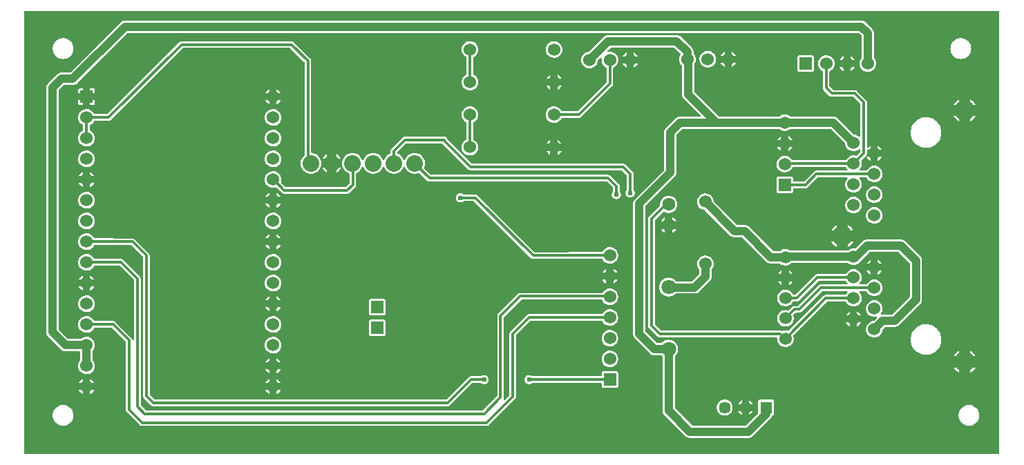
<source format=gtl>
G04 Layer: TopLayer*
G04 EasyEDA v6.5.22, 2022-11-12 17:47:35*
G04 ce38d28f7cee49089ddcaa43e1d23f5c,50c4fdda8110441fb1e293bfd2639754,10*
G04 Gerber Generator version 0.2*
G04 Scale: 100 percent, Rotated: No, Reflected: No *
G04 Dimensions in millimeters *
G04 leading zeros omitted , absolute positions ,4 integer and 5 decimal *
%FSLAX45Y45*%
%MOMM*%

%ADD10C,1.0000*%
%ADD11C,0.3000*%
%ADD12C,1.5240*%
%ADD13R,1.5240X1.5240*%
%ADD14C,2.5000*%
%ADD15C,1.6000*%
%ADD16C,1.8000*%
%ADD17R,1.5301X1.5301*%
%ADD18C,1.5301*%
%ADD19C,2.0320*%
%ADD20C,1.4481*%
%ADD21R,1.4481X1.4481*%
%ADD22C,0.6096*%
%ADD23C,0.0136*%

%LPD*%
G36*
X36068Y25908D02*
G01*
X32156Y26670D01*
X28854Y28905D01*
X26670Y32207D01*
X25908Y36068D01*
X25908Y5453938D01*
X26670Y5457799D01*
X28854Y5461101D01*
X32156Y5463286D01*
X36068Y5464098D01*
X11963958Y5464098D01*
X11967819Y5463286D01*
X11971070Y5461101D01*
X11973255Y5457799D01*
X11974068Y5453938D01*
X11974068Y36068D01*
X11973255Y32207D01*
X11971070Y28905D01*
X11967819Y26670D01*
X11963958Y25908D01*
G37*

%LPC*%
G36*
X8180070Y224078D02*
G01*
X8902598Y224129D01*
X8913926Y225399D01*
X8922512Y227533D01*
X8924899Y228295D01*
X8933078Y231698D01*
X8942933Y237388D01*
X8951772Y244500D01*
X9169501Y462229D01*
X9176562Y471068D01*
X9181185Y478688D01*
X9182303Y480872D01*
X9185706Y489051D01*
X9186621Y492150D01*
X9187992Y494995D01*
X9190177Y497230D01*
X9192971Y498703D01*
X9197594Y500329D01*
X9202470Y503377D01*
X9206585Y507492D01*
X9209633Y512368D01*
X9211564Y517855D01*
X9212275Y524154D01*
X9212275Y667816D01*
X9211564Y674166D01*
X9209633Y679602D01*
X9206585Y684530D01*
X9202470Y688594D01*
X9197594Y691692D01*
X9192158Y693623D01*
X9185808Y694334D01*
X9042146Y694334D01*
X9035796Y693623D01*
X9030360Y691692D01*
X9025483Y688594D01*
X9021419Y684530D01*
X9018270Y679602D01*
X9016339Y674166D01*
X9015628Y667816D01*
X9015628Y527253D01*
X9014866Y523341D01*
X9012682Y520039D01*
X8871508Y378866D01*
X8868206Y376682D01*
X8864346Y375920D01*
X8215630Y375920D01*
X8211769Y376682D01*
X8208416Y378866D01*
X7998866Y588467D01*
X7996681Y591769D01*
X7995869Y595630D01*
X7995869Y1218895D01*
X7996580Y1222654D01*
X7998612Y1225854D01*
X8009280Y1237132D01*
X8017865Y1248918D01*
X8024825Y1261668D01*
X8030159Y1275181D01*
X8033867Y1289304D01*
X8035594Y1303731D01*
X8035594Y1318260D01*
X8033867Y1332687D01*
X8030159Y1346809D01*
X8024825Y1360322D01*
X8017865Y1373073D01*
X8009280Y1384858D01*
X7999272Y1395476D01*
X7988096Y1404772D01*
X7975803Y1412544D01*
X7962646Y1418742D01*
X7948828Y1423263D01*
X7934553Y1425956D01*
X7920024Y1426870D01*
X7905496Y1425956D01*
X7891119Y1423263D01*
X7877302Y1418742D01*
X7864144Y1412544D01*
X7851851Y1404772D01*
X7840624Y1395476D01*
X7835646Y1390091D01*
X7832242Y1387754D01*
X7828178Y1386890D01*
X7784642Y1386890D01*
X7780781Y1387652D01*
X7777480Y1389888D01*
X7638897Y1528419D01*
X7636662Y1531721D01*
X7635900Y1535633D01*
X7635900Y3064256D01*
X7636662Y3068167D01*
X7638897Y3071469D01*
X7995513Y3428136D01*
X8001203Y3434994D01*
X8007197Y3444595D01*
X8008366Y3446779D01*
X8011769Y3455009D01*
X8012531Y3457346D01*
X8014614Y3465982D01*
X8015020Y3468420D01*
X8015935Y3480003D01*
X8015935Y3934256D01*
X8016646Y3938168D01*
X8018881Y3941470D01*
X8088426Y4011117D01*
X8091678Y4013352D01*
X8095589Y4014114D01*
X9271000Y4014571D01*
X9274708Y4013911D01*
X9277908Y4011980D01*
X9279585Y4010406D01*
X9290812Y4002684D01*
X9302953Y3996537D01*
X9315907Y3992067D01*
X9329267Y3989324D01*
X9342882Y3988409D01*
X9356496Y3989324D01*
X9369856Y3992067D01*
X9382709Y3996537D01*
X9394850Y4002684D01*
X9406077Y4010406D01*
X9407855Y4011980D01*
X9411004Y4013911D01*
X9414662Y4014622D01*
X9902342Y4014622D01*
X9906203Y4013860D01*
X9909505Y4011625D01*
X10081056Y3840022D01*
X10083088Y3837178D01*
X10084003Y3833876D01*
X10084816Y3826001D01*
X10087965Y3812743D01*
X10092842Y3800043D01*
X10099446Y3788054D01*
X10107472Y3777081D01*
X10117023Y3767277D01*
X10127691Y3758844D01*
X10139476Y3751884D01*
X10151973Y3746550D01*
X10165181Y3742944D01*
X10178694Y3741165D01*
X10192308Y3741165D01*
X10205770Y3742944D01*
X10218928Y3746550D01*
X10231526Y3751884D01*
X10243210Y3758844D01*
X10252608Y3766261D01*
X10256723Y3768191D01*
X10261244Y3768140D01*
X10265308Y3766210D01*
X10268051Y3762654D01*
X10269067Y3758285D01*
X10269067Y3734663D01*
X10268254Y3730751D01*
X10266121Y3727500D01*
X10227106Y3688435D01*
X10223957Y3686352D01*
X10220299Y3685489D01*
X10216540Y3686048D01*
X10212476Y3687470D01*
X10199116Y3690162D01*
X10185501Y3691077D01*
X10171887Y3690162D01*
X10158526Y3687470D01*
X10145572Y3683000D01*
X10133431Y3676853D01*
X10122204Y3669131D01*
X10112044Y3659987D01*
X10103307Y3649573D01*
X10095941Y3638092D01*
X10094874Y3635806D01*
X10092639Y3632708D01*
X10089438Y3630625D01*
X10085730Y3629914D01*
X9439046Y3629914D01*
X9435490Y3630574D01*
X9432442Y3632403D01*
X9430105Y3635197D01*
X9428937Y3637432D01*
X9420809Y3648405D01*
X9411360Y3658209D01*
X9400590Y3666693D01*
X9388906Y3673652D01*
X9376308Y3678936D01*
X9363151Y3682542D01*
X9349689Y3684371D01*
X9336074Y3684371D01*
X9322562Y3682542D01*
X9309354Y3678936D01*
X9296857Y3673652D01*
X9285071Y3666693D01*
X9274403Y3658209D01*
X9264853Y3648405D01*
X9256826Y3637432D01*
X9250222Y3625494D01*
X9245346Y3612743D01*
X9242196Y3599484D01*
X9240824Y3585921D01*
X9241282Y3572306D01*
X9243517Y3558844D01*
X9247632Y3545840D01*
X9253321Y3533444D01*
X9260687Y3521964D01*
X9269425Y3511550D01*
X9279585Y3502406D01*
X9290812Y3494684D01*
X9302953Y3488537D01*
X9315907Y3484067D01*
X9329267Y3481324D01*
X9342882Y3480409D01*
X9356496Y3481324D01*
X9369856Y3484067D01*
X9382709Y3488537D01*
X9394850Y3494684D01*
X9406077Y3502406D01*
X9416237Y3511550D01*
X9425076Y3521964D01*
X9432340Y3533444D01*
X9436404Y3542233D01*
X9438690Y3545332D01*
X9441891Y3547364D01*
X9445650Y3548075D01*
X10085730Y3548075D01*
X10089235Y3547465D01*
X10092385Y3545636D01*
X10094671Y3542842D01*
X10099446Y3534054D01*
X10107472Y3523081D01*
X10111232Y3519271D01*
X10113365Y3515969D01*
X10114076Y3512108D01*
X10113264Y3508298D01*
X10111028Y3504996D01*
X10107828Y3502863D01*
X10103967Y3502050D01*
X9730333Y3500983D01*
X9721951Y3500170D01*
X9714230Y3497834D01*
X9707219Y3494024D01*
X9700615Y3488639D01*
X9584639Y3372408D01*
X9581337Y3370224D01*
X9577476Y3369411D01*
X9455150Y3369411D01*
X9451187Y3370173D01*
X9447987Y3372408D01*
X9445701Y3375710D01*
X9444939Y3379571D01*
X9444939Y3404158D01*
X9444228Y3410458D01*
X9442297Y3415944D01*
X9439249Y3420821D01*
X9435185Y3424936D01*
X9430308Y3427984D01*
X9424771Y3429914D01*
X9418523Y3430625D01*
X9267240Y3430625D01*
X9260890Y3429914D01*
X9255455Y3427984D01*
X9250578Y3424936D01*
X9246412Y3420821D01*
X9243415Y3415944D01*
X9241485Y3410458D01*
X9240723Y3404158D01*
X9240723Y3252876D01*
X9241485Y3246577D01*
X9243415Y3241090D01*
X9246412Y3236214D01*
X9250578Y3232099D01*
X9255455Y3229051D01*
X9260890Y3227120D01*
X9267240Y3226409D01*
X9418523Y3226409D01*
X9424771Y3227120D01*
X9430308Y3229051D01*
X9435185Y3232099D01*
X9439249Y3236214D01*
X9442297Y3241090D01*
X9444228Y3246577D01*
X9444939Y3252876D01*
X9444939Y3277463D01*
X9445701Y3281324D01*
X9447987Y3284626D01*
X9451187Y3286810D01*
X9455150Y3287623D01*
X9598101Y3287623D01*
X9606635Y3288436D01*
X9614255Y3290773D01*
X9621367Y3294532D01*
X9627870Y3299917D01*
X9744049Y3416249D01*
X9747250Y3418484D01*
X9751212Y3419246D01*
X10102189Y3420262D01*
X10105999Y3419551D01*
X10109200Y3417468D01*
X10111435Y3414369D01*
X10112400Y3410661D01*
X10111892Y3406851D01*
X10110012Y3403549D01*
X10103307Y3395573D01*
X10095941Y3384092D01*
X10090251Y3371697D01*
X10086187Y3358692D01*
X10083901Y3345230D01*
X10083444Y3331616D01*
X10084816Y3318001D01*
X10087965Y3304743D01*
X10092842Y3292043D01*
X10099446Y3280054D01*
X10107472Y3269081D01*
X10117023Y3259277D01*
X10127691Y3250844D01*
X10139476Y3243884D01*
X10151973Y3238550D01*
X10165181Y3234944D01*
X10178694Y3233166D01*
X10192308Y3233166D01*
X10205770Y3234944D01*
X10218928Y3238550D01*
X10231526Y3243884D01*
X10243210Y3250844D01*
X10253980Y3259277D01*
X10263428Y3269081D01*
X10271556Y3280054D01*
X10278059Y3292043D01*
X10282936Y3304743D01*
X10286187Y3318001D01*
X10287457Y3331616D01*
X10287000Y3345230D01*
X10284815Y3358692D01*
X10280751Y3371697D01*
X10274960Y3384092D01*
X10267696Y3395573D01*
X10260482Y3404006D01*
X10258653Y3407308D01*
X10258094Y3411118D01*
X10259110Y3414826D01*
X10261244Y3417925D01*
X10264546Y3420008D01*
X10268254Y3420719D01*
X10339832Y3420922D01*
X10343337Y3420313D01*
X10346436Y3418484D01*
X10348772Y3415639D01*
X10353446Y3407054D01*
X10361472Y3396081D01*
X10371023Y3386277D01*
X10381691Y3377844D01*
X10393476Y3370884D01*
X10405973Y3365550D01*
X10419181Y3361944D01*
X10432694Y3360165D01*
X10446308Y3360165D01*
X10459770Y3361944D01*
X10472928Y3365550D01*
X10485526Y3370884D01*
X10497210Y3377844D01*
X10507980Y3386277D01*
X10517428Y3396081D01*
X10525556Y3407054D01*
X10532059Y3419043D01*
X10536936Y3431743D01*
X10540187Y3445001D01*
X10541457Y3458616D01*
X10541000Y3472230D01*
X10538815Y3485692D01*
X10534751Y3498697D01*
X10528960Y3511092D01*
X10521696Y3522573D01*
X10512856Y3532987D01*
X10502696Y3542131D01*
X10491470Y3549853D01*
X10479328Y3556000D01*
X10466476Y3560470D01*
X10453116Y3563162D01*
X10439501Y3564077D01*
X10425887Y3563162D01*
X10412526Y3560470D01*
X10399572Y3556000D01*
X10387431Y3549853D01*
X10376204Y3542131D01*
X10366044Y3532987D01*
X10357307Y3522573D01*
X10349941Y3511092D01*
X10348772Y3508603D01*
X10346639Y3505504D01*
X10343337Y3503472D01*
X10339628Y3502761D01*
X10267492Y3502558D01*
X10263632Y3503269D01*
X10260330Y3505454D01*
X10258196Y3508705D01*
X10257383Y3512565D01*
X10258044Y3516426D01*
X10260228Y3519779D01*
X10263428Y3523081D01*
X10271556Y3534054D01*
X10278059Y3546043D01*
X10282936Y3558743D01*
X10286187Y3572001D01*
X10287457Y3585616D01*
X10287000Y3599230D01*
X10284815Y3612692D01*
X10282377Y3620414D01*
X10281920Y3624021D01*
X10282783Y3627577D01*
X10284866Y3630574D01*
X10330434Y3676091D01*
X10333482Y3678174D01*
X10337139Y3679037D01*
X10340086Y3678631D01*
X10339476Y3681069D01*
X10339933Y3684828D01*
X10341762Y3688181D01*
X10343946Y3690823D01*
X10347756Y3697884D01*
X10350042Y3705555D01*
X10350855Y3713987D01*
X10350855Y3750310D01*
X10351617Y3754170D01*
X10353903Y3757472D01*
X10357154Y3759708D01*
X10361015Y3760470D01*
X10395051Y3760470D01*
X10395051Y3807663D01*
X10387431Y3803853D01*
X10376204Y3796131D01*
X10367822Y3788562D01*
X10364520Y3786581D01*
X10360710Y3785971D01*
X10356951Y3786835D01*
X10353700Y3789070D01*
X10351617Y3792321D01*
X10350855Y3796131D01*
X10350855Y4339488D01*
X10350042Y4347972D01*
X10347756Y4355642D01*
X10343946Y4362704D01*
X10338562Y4369257D01*
X10229240Y4478578D01*
X10222687Y4483963D01*
X10215575Y4487722D01*
X10207955Y4490059D01*
X10199471Y4490923D01*
X9941153Y4490923D01*
X9937292Y4491685D01*
X9933990Y4493869D01*
X9893858Y4533950D01*
X9891623Y4537252D01*
X9890912Y4541164D01*
X9890912Y4715916D01*
X9891572Y4719472D01*
X9893401Y4722571D01*
X9896144Y4724806D01*
X9907473Y4731054D01*
X9918446Y4739132D01*
X9928250Y4748631D01*
X9936734Y4759299D01*
X9943744Y4771034D01*
X9948976Y4783582D01*
X9952583Y4796739D01*
X9954412Y4810252D01*
X9954412Y4823917D01*
X9952583Y4837430D01*
X9948976Y4850587D01*
X9943744Y4863134D01*
X9936734Y4874869D01*
X9928250Y4885588D01*
X9918446Y4895037D01*
X9907473Y4903114D01*
X9895535Y4909667D01*
X9882835Y4914595D01*
X9869576Y4917744D01*
X9855962Y4919116D01*
X9842347Y4918659D01*
X9828885Y4916373D01*
X9815931Y4912360D01*
X9803485Y4906619D01*
X9792004Y4899253D01*
X9781590Y4890465D01*
X9772446Y4880356D01*
X9764725Y4869129D01*
X9758578Y4856937D01*
X9754158Y4844084D01*
X9751415Y4830673D01*
X9750450Y4817110D01*
X9751415Y4803495D01*
X9754158Y4790135D01*
X9758578Y4777232D01*
X9764725Y4765040D01*
X9772446Y4753813D01*
X9781590Y4743704D01*
X9792004Y4734915D01*
X9804400Y4727092D01*
X9806889Y4724806D01*
X9808464Y4721860D01*
X9809022Y4718507D01*
X9809022Y4520488D01*
X9809937Y4512005D01*
X9812223Y4504334D01*
X9815982Y4497273D01*
X9821367Y4490720D01*
X9890658Y4421428D01*
X9897262Y4415993D01*
X9904323Y4412234D01*
X9911994Y4409897D01*
X9920478Y4409084D01*
X10178796Y4409084D01*
X10182758Y4408322D01*
X10186060Y4406087D01*
X10266121Y4326026D01*
X10268254Y4322724D01*
X10269067Y4318812D01*
X10269067Y3927601D01*
X10268305Y3923792D01*
X10266222Y3920540D01*
X10263073Y3918356D01*
X10259212Y3917492D01*
X10255453Y3918102D01*
X10252049Y3920083D01*
X10248696Y3923131D01*
X10237470Y3930853D01*
X10225328Y3937000D01*
X10212476Y3941470D01*
X10199116Y3944162D01*
X10194899Y3944467D01*
X10191394Y3945331D01*
X10188448Y3947414D01*
X9989769Y4146042D01*
X9980930Y4153103D01*
X9973259Y4157726D01*
X9971074Y4158843D01*
X9962896Y4162247D01*
X9960508Y4163009D01*
X9951923Y4165142D01*
X9949434Y4165549D01*
X9940594Y4166362D01*
X9414662Y4166412D01*
X9411258Y4166971D01*
X9408312Y4168597D01*
X9400590Y4174693D01*
X9388906Y4181652D01*
X9376308Y4186936D01*
X9363151Y4190542D01*
X9349689Y4192371D01*
X9336074Y4192371D01*
X9322562Y4190542D01*
X9309354Y4186936D01*
X9296857Y4181652D01*
X9285071Y4174693D01*
X9277350Y4168597D01*
X9274403Y4166971D01*
X9271101Y4166412D01*
X8545372Y4166108D01*
X8541512Y4166920D01*
X8538260Y4169105D01*
X8238896Y4468469D01*
X8236712Y4471771D01*
X8235848Y4475632D01*
X8235848Y4812284D01*
X8236254Y4815128D01*
X8237524Y4817770D01*
X8239556Y4820920D01*
X8245246Y4833315D01*
X8249310Y4846320D01*
X8251596Y4859782D01*
X8252053Y4873396D01*
X8250681Y4886960D01*
X8247481Y4900218D01*
X8242553Y4912969D01*
X8236051Y4924907D01*
X8227872Y4935982D01*
X8226399Y4938826D01*
X8225942Y4941976D01*
X8225840Y4962702D01*
X8224977Y4971491D01*
X8224570Y4973929D01*
X8222437Y4982565D01*
X8221675Y4984902D01*
X8218271Y4993081D01*
X8217153Y4995265D01*
X8211210Y5004917D01*
X8205470Y5011775D01*
X8071713Y5145481D01*
X8064855Y5151170D01*
X8062874Y5152593D01*
X8055305Y5157165D01*
X8053070Y5158282D01*
X8044840Y5161686D01*
X8042503Y5162448D01*
X8031480Y5165039D01*
X8022640Y5165852D01*
X7177328Y5165852D01*
X7168438Y5165039D01*
X7157466Y5162448D01*
X7155078Y5161686D01*
X7146899Y5158282D01*
X7144664Y5157165D01*
X7137044Y5152593D01*
X7128205Y5145481D01*
X6947103Y4964480D01*
X6944410Y4962550D01*
X6941312Y4961585D01*
X6929628Y4960010D01*
X6916470Y4956403D01*
X6903923Y4951120D01*
X6892239Y4944160D01*
X6881469Y4935677D01*
X6872020Y4925923D01*
X6863892Y4914900D01*
X6857339Y4902962D01*
X6852462Y4890211D01*
X6849364Y4876952D01*
X6847992Y4863388D01*
X6848449Y4849774D01*
X6850634Y4836312D01*
X6854698Y4823307D01*
X6860489Y4810912D01*
X6867753Y4799431D01*
X6876592Y4789017D01*
X6886702Y4779873D01*
X6897928Y4772152D01*
X6910120Y4766005D01*
X6922973Y4761534D01*
X6936333Y4758791D01*
X6949948Y4757928D01*
X6963562Y4758791D01*
X6976922Y4761534D01*
X6989876Y4766005D01*
X7001967Y4772152D01*
X7013244Y4779873D01*
X7023353Y4789017D01*
X7032142Y4799431D01*
X7039508Y4810912D01*
X7045299Y4823307D01*
X7049262Y4836312D01*
X7051548Y4850333D01*
X7052462Y4854041D01*
X7054596Y4857191D01*
X7081926Y4884623D01*
X7085431Y4886909D01*
X7089546Y4887620D01*
X7093508Y4886604D01*
X7096810Y4884115D01*
X7098842Y4880559D01*
X7099300Y4876444D01*
X7097928Y4863388D01*
X7098385Y4849774D01*
X7100671Y4836312D01*
X7104735Y4823307D01*
X7110425Y4810912D01*
X7117791Y4799431D01*
X7126630Y4789017D01*
X7136688Y4779873D01*
X7147915Y4772152D01*
X7153503Y4769358D01*
X7156450Y4767122D01*
X7158380Y4763922D01*
X7159040Y4760315D01*
X7159040Y4591151D01*
X7158278Y4587240D01*
X7156094Y4583938D01*
X6806031Y4233875D01*
X6802678Y4231690D01*
X6798818Y4230878D01*
X6614972Y4230878D01*
X6611467Y4231487D01*
X6608419Y4233214D01*
X6606235Y4235856D01*
X6599123Y4247743D01*
X6590690Y4258462D01*
X6580886Y4267962D01*
X6569964Y4276039D01*
X6557924Y4282592D01*
X6545224Y4287469D01*
X6531965Y4290669D01*
X6518351Y4292041D01*
X6504787Y4291584D01*
X6491274Y4289298D01*
X6478270Y4285234D01*
X6465976Y4279493D01*
X6454394Y4272178D01*
X6443980Y4263390D01*
X6434836Y4253280D01*
X6427114Y4242003D01*
X6420967Y4229862D01*
X6416548Y4216958D01*
X6413804Y4203598D01*
X6412890Y4189984D01*
X6413804Y4176369D01*
X6416548Y4163009D01*
X6420967Y4150156D01*
X6427114Y4137964D01*
X6434836Y4126737D01*
X6443980Y4116628D01*
X6454394Y4107789D01*
X6465976Y4100474D01*
X6478270Y4094734D01*
X6491274Y4090670D01*
X6504787Y4088434D01*
X6518351Y4087977D01*
X6531965Y4089349D01*
X6545224Y4092498D01*
X6557924Y4097375D01*
X6569964Y4103928D01*
X6580886Y4112056D01*
X6590690Y4121505D01*
X6599123Y4132224D01*
X6606235Y4144111D01*
X6608419Y4146753D01*
X6611467Y4148480D01*
X6614972Y4149090D01*
X6819442Y4149090D01*
X6827926Y4149902D01*
X6835648Y4152239D01*
X6842658Y4155998D01*
X6849262Y4161434D01*
X7228535Y4540707D01*
X7233920Y4547260D01*
X7237730Y4554321D01*
X7240016Y4561992D01*
X7240930Y4570476D01*
X7240930Y4760264D01*
X7241590Y4763922D01*
X7243521Y4767122D01*
X7246467Y4769358D01*
X7252004Y4772152D01*
X7263231Y4779873D01*
X7273340Y4789017D01*
X7282180Y4799431D01*
X7289546Y4810912D01*
X7295235Y4823307D01*
X7299299Y4836312D01*
X7301585Y4849774D01*
X7302042Y4863388D01*
X7300671Y4876952D01*
X7297470Y4890211D01*
X7292543Y4902962D01*
X7286040Y4914900D01*
X7277912Y4925923D01*
X7268464Y4935677D01*
X7257796Y4944160D01*
X7246010Y4951120D01*
X7233462Y4956403D01*
X7220305Y4960010D01*
X7206792Y4961839D01*
X7193178Y4961839D01*
X7183678Y4960569D01*
X7179564Y4960874D01*
X7175804Y4962855D01*
X7173214Y4966157D01*
X7172198Y4970170D01*
X7172858Y4974336D01*
X7175144Y4977841D01*
X7208469Y5011115D01*
X7211771Y5013299D01*
X7215631Y5014061D01*
X7984337Y5014061D01*
X7988198Y5013299D01*
X7991500Y5011115D01*
X8063585Y4939030D01*
X8065617Y4936083D01*
X8066531Y4932578D01*
X8066176Y4929022D01*
X8057337Y4912969D01*
X8052460Y4900218D01*
X8049310Y4886960D01*
X8047939Y4873396D01*
X8048396Y4859782D01*
X8050631Y4846320D01*
X8054746Y4833315D01*
X8060436Y4820920D01*
X8067751Y4809439D01*
X8076590Y4799025D01*
X8080705Y4795266D01*
X8083194Y4791862D01*
X8084108Y4787747D01*
X8084108Y4437329D01*
X8084921Y4428490D01*
X8085328Y4426051D01*
X8087512Y4417415D01*
X8088274Y4415078D01*
X8092744Y4404715D01*
X8097367Y4397095D01*
X8104428Y4388205D01*
X8309305Y4183379D01*
X8311438Y4180078D01*
X8312251Y4176166D01*
X8311438Y4172305D01*
X8309305Y4169003D01*
X8306003Y4166768D01*
X8302040Y4166006D01*
X8057134Y4165854D01*
X8048396Y4165041D01*
X8037372Y4162501D01*
X8034883Y4161688D01*
X8026755Y4158284D01*
X8024571Y4157167D01*
X8016951Y4152595D01*
X8008112Y4145483D01*
X7884515Y4021632D01*
X7878775Y4014724D01*
X7877403Y4012793D01*
X7872730Y4005072D01*
X7867497Y3992422D01*
X7865364Y3983685D01*
X7864144Y3972407D01*
X7864094Y3515563D01*
X7863331Y3511651D01*
X7861096Y3508349D01*
X7504531Y3151682D01*
X7497419Y3142843D01*
X7492796Y3135223D01*
X7488326Y3124809D01*
X7487513Y3122472D01*
X7485380Y3113836D01*
X7484973Y3111398D01*
X7484160Y3102559D01*
X7484160Y1497330D01*
X7484973Y1488490D01*
X7485380Y1486052D01*
X7487513Y1477416D01*
X7491730Y1466850D01*
X7492796Y1464665D01*
X7497419Y1457045D01*
X7504531Y1448206D01*
X7697216Y1255471D01*
X7706055Y1248410D01*
X7713675Y1243787D01*
X7715910Y1242669D01*
X7724089Y1239266D01*
X7726476Y1238504D01*
X7735062Y1236370D01*
X7737500Y1235964D01*
X7746339Y1235151D01*
X7828178Y1235100D01*
X7832242Y1234236D01*
X7835544Y1231900D01*
X7841335Y1225905D01*
X7843367Y1222654D01*
X7844028Y1218895D01*
X7844078Y557326D01*
X7844942Y548487D01*
X7847482Y537464D01*
X7848244Y535127D01*
X7851648Y526897D01*
X7852765Y524713D01*
X7857337Y517093D01*
X7864449Y508254D01*
X8128203Y244500D01*
X8137042Y237388D01*
X8144662Y232816D01*
X8146846Y231698D01*
X8155076Y228295D01*
X8157464Y227533D01*
X8166100Y225399D01*
X8168487Y224993D01*
X8177326Y224129D01*
G37*
G36*
X1470507Y369112D02*
G01*
X5689447Y369112D01*
X5697982Y369925D01*
X5705602Y372262D01*
X5712714Y376021D01*
X5719267Y381406D01*
X6038596Y700735D01*
X6043930Y707288D01*
X6047689Y714349D01*
X6050076Y722020D01*
X6050889Y730504D01*
X6050889Y1478838D01*
X6051651Y1482750D01*
X6053836Y1486052D01*
X6223914Y1656130D01*
X6227216Y1658315D01*
X6231128Y1659077D01*
X7100316Y1659077D01*
X7103922Y1658416D01*
X7107123Y1656486D01*
X7109358Y1653489D01*
X7112101Y1647952D01*
X7119823Y1636725D01*
X7128967Y1626616D01*
X7139431Y1617827D01*
X7150912Y1610461D01*
X7163257Y1604721D01*
X7176312Y1600708D01*
X7189774Y1598422D01*
X7203389Y1597964D01*
X7217003Y1599336D01*
X7230262Y1602486D01*
X7242962Y1607413D01*
X7254900Y1613966D01*
X7265873Y1622044D01*
X7275728Y1631543D01*
X7284110Y1642211D01*
X7291070Y1653946D01*
X7296403Y1666493D01*
X7300010Y1679651D01*
X7301839Y1693164D01*
X7301839Y1706829D01*
X7300010Y1720342D01*
X7296403Y1733499D01*
X7291070Y1746046D01*
X7284110Y1757781D01*
X7275728Y1768449D01*
X7265873Y1777949D01*
X7254900Y1786026D01*
X7242962Y1792579D01*
X7230262Y1797507D01*
X7217003Y1800656D01*
X7203389Y1802028D01*
X7189774Y1801571D01*
X7176312Y1799285D01*
X7163257Y1795272D01*
X7150912Y1789531D01*
X7139431Y1782165D01*
X7128967Y1773377D01*
X7119823Y1763268D01*
X7112101Y1752041D01*
X7109358Y1746504D01*
X7107123Y1743506D01*
X7103922Y1741576D01*
X7100316Y1740916D01*
X6210503Y1740916D01*
X6202019Y1740052D01*
X6194399Y1737766D01*
X6187287Y1733956D01*
X6180683Y1728571D01*
X5981446Y1529283D01*
X5976010Y1522679D01*
X5972200Y1515618D01*
X5969863Y1507947D01*
X5969101Y1499514D01*
X5969101Y751128D01*
X5968288Y747268D01*
X5966053Y743966D01*
X5913120Y690981D01*
X5909665Y688746D01*
X5905703Y688035D01*
X5901639Y688949D01*
X5898337Y691438D01*
X5896305Y694944D01*
X5895848Y699058D01*
X5896965Y702970D01*
X5897778Y704342D01*
X5900013Y712012D01*
X5900877Y720496D01*
X5900877Y1698853D01*
X5901639Y1702714D01*
X5903823Y1706016D01*
X6113932Y1916125D01*
X6117285Y1918309D01*
X6121146Y1919071D01*
X7097217Y1919071D01*
X7100874Y1918411D01*
X7104024Y1916480D01*
X7106310Y1913534D01*
X7112101Y1901952D01*
X7119823Y1890725D01*
X7128967Y1880616D01*
X7139431Y1871827D01*
X7150912Y1864461D01*
X7163257Y1858721D01*
X7176312Y1854707D01*
X7189774Y1852422D01*
X7203389Y1851964D01*
X7217003Y1853336D01*
X7230262Y1856486D01*
X7242962Y1861413D01*
X7254900Y1867966D01*
X7265873Y1876043D01*
X7275728Y1885543D01*
X7284110Y1896211D01*
X7291070Y1907946D01*
X7296403Y1920493D01*
X7300010Y1933651D01*
X7301839Y1947164D01*
X7301839Y1960829D01*
X7300010Y1974342D01*
X7296403Y1987499D01*
X7291070Y2000046D01*
X7284110Y2011781D01*
X7275728Y2022449D01*
X7265873Y2031949D01*
X7254900Y2040026D01*
X7242962Y2046579D01*
X7230262Y2051507D01*
X7217003Y2054656D01*
X7203389Y2056028D01*
X7189774Y2055571D01*
X7176312Y2053285D01*
X7163257Y2049272D01*
X7150912Y2043531D01*
X7139431Y2036165D01*
X7128967Y2027377D01*
X7119924Y2017268D01*
X7111746Y2005330D01*
X7109409Y2002942D01*
X7106513Y2001418D01*
X7103364Y2000910D01*
X6100521Y2000910D01*
X6092037Y2000046D01*
X6084316Y1997760D01*
X6077254Y1993950D01*
X6070701Y1988566D01*
X5831433Y1749298D01*
X5825998Y1742693D01*
X5822238Y1735632D01*
X5819902Y1727962D01*
X5819089Y1719478D01*
X5819089Y741172D01*
X5818276Y737260D01*
X5816142Y733958D01*
X5646013Y563880D01*
X5642762Y561695D01*
X5638800Y560882D01*
X1521104Y560882D01*
X1517243Y561695D01*
X1513992Y563880D01*
X1453896Y623976D01*
X1451660Y627278D01*
X1450949Y631139D01*
X1450949Y2179472D01*
X1450035Y2187956D01*
X1447698Y2195626D01*
X1443939Y2202688D01*
X1438554Y2209292D01*
X1242060Y2405786D01*
X1235506Y2411171D01*
X1228394Y2414981D01*
X1220724Y2417267D01*
X1212240Y2418130D01*
X887018Y2418130D01*
X883412Y2418791D01*
X880211Y2420721D01*
X877976Y2423718D01*
X875080Y2429408D01*
X867308Y2440686D01*
X858164Y2450795D01*
X847750Y2459634D01*
X836168Y2467000D01*
X823772Y2472740D01*
X810717Y2476804D01*
X797204Y2479090D01*
X783539Y2479548D01*
X769924Y2478176D01*
X756615Y2475026D01*
X743864Y2470099D01*
X731926Y2463495D01*
X720852Y2455418D01*
X711047Y2445867D01*
X702614Y2435148D01*
X695604Y2423363D01*
X690270Y2410815D01*
X686612Y2397607D01*
X684834Y2384044D01*
X684834Y2370378D01*
X686612Y2356815D01*
X690270Y2343607D01*
X695604Y2331008D01*
X702614Y2319274D01*
X711047Y2308504D01*
X720852Y2299004D01*
X731926Y2290927D01*
X743864Y2284323D01*
X756615Y2279396D01*
X769924Y2276246D01*
X783539Y2274874D01*
X797204Y2275332D01*
X810717Y2277618D01*
X823772Y2281682D01*
X836168Y2287422D01*
X847750Y2294788D01*
X858164Y2303627D01*
X867308Y2313736D01*
X875080Y2325014D01*
X877976Y2330704D01*
X880211Y2333701D01*
X883412Y2335631D01*
X887018Y2336292D01*
X1191615Y2336292D01*
X1195527Y2335530D01*
X1198778Y2333345D01*
X1366062Y2166010D01*
X1368298Y2162708D01*
X1369060Y2158847D01*
X1369060Y1433779D01*
X1368247Y1429766D01*
X1365859Y1426362D01*
X1362405Y1424228D01*
X1358341Y1423619D01*
X1354378Y1424686D01*
X1351127Y1427226D01*
X1349197Y1430832D01*
X1347724Y1435608D01*
X1344015Y1442720D01*
X1338580Y1449273D01*
X1144016Y1643786D01*
X1137462Y1649171D01*
X1130401Y1652981D01*
X1122730Y1655267D01*
X1114247Y1656130D01*
X887018Y1656130D01*
X883412Y1656791D01*
X880211Y1658721D01*
X877976Y1661718D01*
X875080Y1667408D01*
X867308Y1678686D01*
X858164Y1688795D01*
X847750Y1697634D01*
X836168Y1705000D01*
X823772Y1710740D01*
X810717Y1714804D01*
X797204Y1717090D01*
X783539Y1717548D01*
X769924Y1716176D01*
X756615Y1713026D01*
X743864Y1708099D01*
X731926Y1701495D01*
X720852Y1693418D01*
X711047Y1683867D01*
X702614Y1673148D01*
X695604Y1661363D01*
X690270Y1648815D01*
X686612Y1635607D01*
X684834Y1622044D01*
X684834Y1608378D01*
X686612Y1594815D01*
X690270Y1581607D01*
X695604Y1569008D01*
X702614Y1557274D01*
X711047Y1546504D01*
X720852Y1537004D01*
X731926Y1528927D01*
X743864Y1522323D01*
X756615Y1517396D01*
X769924Y1514246D01*
X783539Y1512874D01*
X797204Y1513332D01*
X810717Y1515618D01*
X823772Y1519682D01*
X836168Y1525422D01*
X847750Y1532788D01*
X858164Y1541627D01*
X867308Y1551736D01*
X875080Y1563014D01*
X877976Y1568704D01*
X880211Y1571701D01*
X883412Y1573631D01*
X887018Y1574292D01*
X1093622Y1574292D01*
X1097483Y1573530D01*
X1100785Y1571345D01*
X1266088Y1406042D01*
X1268272Y1402740D01*
X1269085Y1398828D01*
X1269085Y570484D01*
X1269898Y562051D01*
X1272235Y554380D01*
X1275994Y547319D01*
X1281430Y540715D01*
X1440738Y381406D01*
X1447292Y376021D01*
X1454404Y372262D01*
X1462024Y369925D01*
G37*
G36*
X11599976Y372516D02*
G01*
X11615369Y373430D01*
X11630456Y376224D01*
X11645188Y380796D01*
X11659260Y387096D01*
X11672417Y395071D01*
X11684558Y404571D01*
X11695430Y415442D01*
X11704878Y427583D01*
X11712905Y440740D01*
X11719153Y454812D01*
X11723776Y469493D01*
X11726519Y484632D01*
X11727434Y499973D01*
X11726519Y515366D01*
X11723776Y530504D01*
X11719153Y545185D01*
X11712905Y559257D01*
X11704878Y572414D01*
X11695430Y584555D01*
X11684558Y595426D01*
X11672417Y604926D01*
X11659260Y612902D01*
X11645188Y619201D01*
X11630456Y623773D01*
X11615369Y626567D01*
X11599976Y627481D01*
X11584635Y626567D01*
X11569446Y623773D01*
X11554815Y619201D01*
X11540693Y612902D01*
X11527536Y604926D01*
X11515394Y595426D01*
X11504523Y584555D01*
X11495074Y572414D01*
X11487048Y559257D01*
X11480800Y545185D01*
X11476177Y530504D01*
X11473434Y515366D01*
X11472519Y499973D01*
X11473434Y484632D01*
X11476177Y469493D01*
X11480800Y454812D01*
X11487048Y440740D01*
X11495074Y427583D01*
X11504523Y415442D01*
X11515394Y404571D01*
X11527536Y395071D01*
X11540693Y387096D01*
X11554815Y380796D01*
X11569446Y376224D01*
X11584635Y373430D01*
G37*
G36*
X499973Y372516D02*
G01*
X515366Y373430D01*
X530504Y376224D01*
X545185Y380796D01*
X559206Y387096D01*
X572414Y395071D01*
X584504Y404571D01*
X595376Y415442D01*
X604926Y427583D01*
X612851Y440740D01*
X619201Y454812D01*
X623773Y469493D01*
X626516Y484632D01*
X627481Y499973D01*
X626516Y515366D01*
X623773Y530504D01*
X619201Y545185D01*
X612851Y559257D01*
X604926Y572414D01*
X595376Y584555D01*
X584504Y595426D01*
X572414Y604926D01*
X559206Y612902D01*
X545185Y619201D01*
X530504Y623773D01*
X515366Y626567D01*
X499973Y627481D01*
X484581Y626567D01*
X469442Y623773D01*
X454761Y619201D01*
X440791Y612902D01*
X427532Y604926D01*
X415442Y595426D01*
X404571Y584555D01*
X395071Y572414D01*
X387096Y559257D01*
X380746Y545185D01*
X376174Y530504D01*
X373430Y515366D01*
X372465Y499973D01*
X373430Y484632D01*
X376174Y469493D01*
X380746Y454812D01*
X387096Y440740D01*
X395071Y427583D01*
X404571Y415442D01*
X415442Y404571D01*
X427532Y395071D01*
X440791Y387096D01*
X454761Y380796D01*
X469442Y376224D01*
X484581Y373430D01*
G37*
G36*
X8599271Y497941D02*
G01*
X8612733Y497941D01*
X8625992Y499770D01*
X8638946Y503377D01*
X8651189Y508711D01*
X8662619Y515721D01*
X8673084Y524154D01*
X8682177Y533958D01*
X8689949Y544931D01*
X8696096Y556869D01*
X8700617Y569468D01*
X8703360Y582625D01*
X8704224Y595985D01*
X8703360Y609396D01*
X8700617Y622503D01*
X8696096Y635152D01*
X8689949Y647090D01*
X8682177Y658012D01*
X8673084Y667816D01*
X8662619Y676300D01*
X8651189Y683260D01*
X8638946Y688594D01*
X8625992Y692251D01*
X8612733Y694080D01*
X8599271Y694080D01*
X8585962Y692251D01*
X8573058Y688594D01*
X8560714Y683260D01*
X8549335Y676300D01*
X8538921Y667816D01*
X8529726Y658012D01*
X8521954Y647090D01*
X8515807Y635152D01*
X8511387Y622503D01*
X8508644Y609396D01*
X8507730Y595985D01*
X8508644Y582625D01*
X8511387Y569468D01*
X8515807Y556869D01*
X8521954Y544931D01*
X8529726Y533958D01*
X8538921Y524154D01*
X8549335Y515721D01*
X8560714Y508711D01*
X8573058Y503377D01*
X8585962Y499770D01*
G37*
G36*
X8902496Y507593D02*
G01*
X8905189Y508711D01*
X8916619Y515721D01*
X8927084Y524154D01*
X8936177Y533958D01*
X8943949Y544931D01*
X8948369Y553466D01*
X8902496Y553466D01*
G37*
G36*
X8817406Y507593D02*
G01*
X8817406Y553466D01*
X8771585Y553466D01*
X8775954Y544931D01*
X8783726Y533958D01*
X8792921Y524154D01*
X8803335Y515721D01*
X8814714Y508711D01*
G37*
G36*
X1610563Y609193D02*
G01*
X5209489Y609193D01*
X5217972Y610006D01*
X5225694Y612343D01*
X5232704Y616102D01*
X5239308Y621538D01*
X5512003Y894232D01*
X5515305Y896416D01*
X5519166Y897229D01*
X5617159Y897229D01*
X5620207Y896721D01*
X5623001Y895350D01*
X5631789Y889203D01*
X5640730Y885037D01*
X5650230Y882497D01*
X5659983Y881634D01*
X5669737Y882497D01*
X5679287Y885037D01*
X5688126Y889203D01*
X5696204Y894842D01*
X5703112Y901750D01*
X5708751Y909828D01*
X5712917Y918718D01*
X5715457Y928217D01*
X5716320Y937971D01*
X5715457Y947775D01*
X5712917Y957275D01*
X5708751Y966165D01*
X5703112Y974242D01*
X5696204Y981151D01*
X5688126Y986790D01*
X5679287Y990955D01*
X5669737Y993495D01*
X5659983Y994359D01*
X5650230Y993495D01*
X5640730Y990955D01*
X5631789Y986790D01*
X5623356Y980846D01*
X5620562Y979525D01*
X5617565Y979017D01*
X5498541Y979017D01*
X5490057Y978204D01*
X5482437Y975868D01*
X5475376Y972108D01*
X5468823Y966673D01*
X5196027Y693978D01*
X5192725Y691743D01*
X5188864Y690981D01*
X1631238Y690981D01*
X1627327Y691743D01*
X1623974Y693978D01*
X1563827Y754024D01*
X1561592Y757326D01*
X1560830Y761187D01*
X1560830Y2459583D01*
X1559966Y2468067D01*
X1557629Y2475738D01*
X1553870Y2482799D01*
X1548434Y2489352D01*
X1379220Y2658618D01*
X1372768Y2663952D01*
X1365656Y2667711D01*
X1358036Y2670048D01*
X1349552Y2670911D01*
X887069Y2671978D01*
X883412Y2672638D01*
X880262Y2674620D01*
X878027Y2677566D01*
X875080Y2683408D01*
X867308Y2694686D01*
X858164Y2704795D01*
X847750Y2713634D01*
X836168Y2721000D01*
X823772Y2726740D01*
X810717Y2730804D01*
X797204Y2733090D01*
X783539Y2733548D01*
X769924Y2732176D01*
X756615Y2729026D01*
X743864Y2724099D01*
X731926Y2717495D01*
X720852Y2709418D01*
X711047Y2699867D01*
X702614Y2689148D01*
X695604Y2677363D01*
X690270Y2664815D01*
X686612Y2651607D01*
X684834Y2638044D01*
X684834Y2624378D01*
X686612Y2610815D01*
X690270Y2597607D01*
X695604Y2585008D01*
X702614Y2573274D01*
X711047Y2562504D01*
X720852Y2553004D01*
X731926Y2544927D01*
X743864Y2538323D01*
X756615Y2533396D01*
X769924Y2530246D01*
X783539Y2528874D01*
X797204Y2529332D01*
X810717Y2531618D01*
X823772Y2535682D01*
X836168Y2541422D01*
X847750Y2548788D01*
X858164Y2557627D01*
X867308Y2567736D01*
X875080Y2579014D01*
X877874Y2584551D01*
X880110Y2587548D01*
X883361Y2589479D01*
X886968Y2590139D01*
X1328826Y2589174D01*
X1332636Y2588361D01*
X1335938Y2586177D01*
X1475994Y2446121D01*
X1478280Y2442819D01*
X1478991Y2438958D01*
X1478991Y740511D01*
X1479804Y732028D01*
X1482191Y724357D01*
X1485900Y717296D01*
X1491284Y710742D01*
X1580794Y621487D01*
X1587347Y616102D01*
X1594408Y612343D01*
X1602079Y610006D01*
G37*
G36*
X8771585Y638556D02*
G01*
X8817406Y638556D01*
X8817406Y684428D01*
X8814714Y683260D01*
X8803335Y676300D01*
X8792921Y667816D01*
X8783726Y658012D01*
X8775954Y647090D01*
G37*
G36*
X8902496Y638556D02*
G01*
X8948369Y638556D01*
X8943949Y647090D01*
X8936177Y658012D01*
X8927084Y667816D01*
X8916619Y676300D01*
X8905189Y683260D01*
X8902496Y684428D01*
G37*
G36*
X742391Y761136D02*
G01*
X742391Y808583D01*
X694893Y808583D01*
X695604Y807008D01*
X702614Y795274D01*
X711047Y784504D01*
X720852Y775004D01*
X731926Y766927D01*
G37*
G36*
X3028391Y761136D02*
G01*
X3028391Y808583D01*
X2980893Y808583D01*
X2988564Y795274D01*
X2997047Y784504D01*
X3006852Y775004D01*
X3017926Y766927D01*
G37*
G36*
X831596Y761288D02*
G01*
X836168Y763422D01*
X847750Y770788D01*
X858164Y779627D01*
X867308Y789736D01*
X875080Y801014D01*
X878941Y808583D01*
X831596Y808583D01*
G37*
G36*
X3117596Y761288D02*
G01*
X3122168Y763422D01*
X3133699Y770788D01*
X3144164Y779627D01*
X3153308Y789736D01*
X3161080Y801014D01*
X3164890Y808583D01*
X3117596Y808583D01*
G37*
G36*
X7124344Y835863D02*
G01*
X7275626Y835863D01*
X7281976Y836625D01*
X7287412Y838504D01*
X7292289Y841603D01*
X7296353Y845667D01*
X7299452Y850595D01*
X7301331Y856030D01*
X7302144Y862380D01*
X7302144Y1013612D01*
X7301331Y1019962D01*
X7299452Y1025398D01*
X7296353Y1030325D01*
X7292289Y1034389D01*
X7287412Y1037488D01*
X7281976Y1039368D01*
X7275626Y1040079D01*
X7124344Y1040079D01*
X7117994Y1039368D01*
X7112558Y1037488D01*
X7107681Y1034389D01*
X7103567Y1030325D01*
X7100519Y1025398D01*
X7098588Y1019962D01*
X7097928Y1013612D01*
X7097928Y989076D01*
X7097115Y985164D01*
X7094880Y981862D01*
X7091578Y979678D01*
X7087717Y978916D01*
X6252616Y978916D01*
X6249619Y979373D01*
X6246774Y980744D01*
X6238189Y986790D01*
X6229248Y990955D01*
X6219799Y993495D01*
X6209944Y994359D01*
X6200190Y993495D01*
X6190691Y990955D01*
X6181801Y986790D01*
X6173774Y981151D01*
X6166866Y974242D01*
X6161176Y966165D01*
X6157010Y957275D01*
X6154470Y947775D01*
X6153607Y937971D01*
X6154470Y928217D01*
X6157010Y918718D01*
X6161176Y909828D01*
X6166866Y901750D01*
X6173774Y894842D01*
X6181801Y889203D01*
X6190691Y885037D01*
X6200190Y882497D01*
X6209944Y881634D01*
X6219799Y882497D01*
X6229248Y885037D01*
X6238189Y889203D01*
X6246774Y895248D01*
X6249619Y896619D01*
X6252616Y897077D01*
X7087717Y897077D01*
X7091578Y896315D01*
X7094880Y894130D01*
X7097115Y890828D01*
X7097928Y886917D01*
X7097928Y862380D01*
X7098588Y856030D01*
X7100519Y850595D01*
X7103567Y845667D01*
X7107681Y841603D01*
X7112558Y838504D01*
X7117994Y836625D01*
G37*
G36*
X831596Y897788D02*
G01*
X878941Y897788D01*
X875080Y905408D01*
X867308Y916686D01*
X858164Y926795D01*
X847750Y935634D01*
X836168Y943000D01*
X831596Y945134D01*
G37*
G36*
X3117596Y897788D02*
G01*
X3164890Y897788D01*
X3161080Y905408D01*
X3153308Y916686D01*
X3144164Y926795D01*
X3133699Y935634D01*
X3122168Y943000D01*
X3117596Y945134D01*
G37*
G36*
X694893Y897788D02*
G01*
X742391Y897788D01*
X742391Y945286D01*
X731926Y939495D01*
X720852Y931418D01*
X711047Y921867D01*
X702614Y911148D01*
X695604Y899363D01*
G37*
G36*
X2980893Y897788D02*
G01*
X3028391Y897788D01*
X3028391Y945286D01*
X3017926Y939495D01*
X3006852Y931418D01*
X2997047Y921867D01*
X2988564Y911148D01*
G37*
G36*
X783539Y1004874D02*
G01*
X797204Y1005332D01*
X810717Y1007618D01*
X823772Y1011682D01*
X836168Y1017422D01*
X847750Y1024788D01*
X858164Y1033627D01*
X867308Y1043736D01*
X875080Y1055014D01*
X881227Y1067257D01*
X885698Y1080160D01*
X888441Y1093571D01*
X889355Y1107186D01*
X888441Y1120851D01*
X885698Y1134262D01*
X881227Y1147165D01*
X875080Y1159408D01*
X867308Y1170686D01*
X865479Y1172667D01*
X863549Y1175867D01*
X862888Y1179474D01*
X862888Y1288897D01*
X863549Y1292555D01*
X865479Y1295755D01*
X867308Y1297736D01*
X875080Y1309014D01*
X881227Y1321257D01*
X885698Y1334160D01*
X888441Y1347571D01*
X889355Y1361186D01*
X888441Y1374851D01*
X885698Y1388262D01*
X881227Y1401165D01*
X875080Y1413408D01*
X867308Y1424686D01*
X858164Y1434795D01*
X847750Y1443634D01*
X836168Y1451000D01*
X823772Y1456740D01*
X810717Y1460804D01*
X797204Y1463090D01*
X783539Y1463548D01*
X769924Y1462176D01*
X756615Y1459026D01*
X743864Y1454099D01*
X731926Y1447495D01*
X720547Y1439164D01*
X717753Y1437690D01*
X714552Y1437182D01*
X564438Y1437182D01*
X560527Y1437944D01*
X557225Y1440180D01*
X448919Y1548485D01*
X446684Y1551787D01*
X445922Y1555699D01*
X445922Y4484370D01*
X446684Y4488281D01*
X448919Y4491583D01*
X508457Y4551121D01*
X511759Y4553356D01*
X515670Y4554118D01*
X622604Y4554169D01*
X631444Y4554982D01*
X633882Y4555388D01*
X642569Y4557522D01*
X644855Y4558284D01*
X653084Y4561687D01*
X655269Y4562805D01*
X662889Y4567428D01*
X671728Y4574489D01*
X1288491Y5191201D01*
X1291793Y5193436D01*
X1295704Y5194198D01*
X10244226Y5194198D01*
X10248087Y5193436D01*
X10251389Y5191201D01*
X10281107Y5161534D01*
X10283240Y5158282D01*
X10284053Y5154371D01*
X10284612Y4888839D01*
X10283901Y4885182D01*
X10281920Y4881981D01*
X10280446Y4880356D01*
X10272725Y4869129D01*
X10266578Y4856937D01*
X10262158Y4844084D01*
X10259415Y4830673D01*
X10258450Y4817110D01*
X10259415Y4803495D01*
X10262158Y4790135D01*
X10266578Y4777232D01*
X10272725Y4765040D01*
X10280446Y4753813D01*
X10289590Y4743704D01*
X10300004Y4734915D01*
X10311485Y4727549D01*
X10323931Y4721809D01*
X10336885Y4717796D01*
X10350347Y4715510D01*
X10363962Y4715052D01*
X10377576Y4716424D01*
X10390835Y4719574D01*
X10403535Y4724501D01*
X10415473Y4731054D01*
X10426446Y4739132D01*
X10436250Y4748631D01*
X10444734Y4759299D01*
X10451744Y4771034D01*
X10456976Y4783582D01*
X10460583Y4796739D01*
X10462412Y4810252D01*
X10462412Y4823917D01*
X10460583Y4837430D01*
X10456976Y4850587D01*
X10451744Y4863134D01*
X10444734Y4874869D01*
X10438587Y4882692D01*
X10437012Y4885639D01*
X10436352Y4888941D01*
X10435742Y5192725D01*
X10434523Y5204002D01*
X10432338Y5212791D01*
X10428071Y5223357D01*
X10427055Y5225389D01*
X10421112Y5234990D01*
X10415270Y5241950D01*
X10331653Y5325618D01*
X10322814Y5332679D01*
X10315143Y5337302D01*
X10312958Y5338419D01*
X10304780Y5341823D01*
X10302392Y5342585D01*
X10293807Y5344718D01*
X10291318Y5345125D01*
X10282478Y5345938D01*
X1257401Y5345938D01*
X1248562Y5345125D01*
X1246124Y5344718D01*
X1237538Y5342585D01*
X1235151Y5341823D01*
X1226921Y5338419D01*
X1217117Y5332679D01*
X1208278Y5325618D01*
X591515Y4708906D01*
X588213Y4706670D01*
X584301Y4705908D01*
X477418Y4705858D01*
X468528Y4705045D01*
X466090Y4704638D01*
X457454Y4702505D01*
X455117Y4701743D01*
X446887Y4698339D01*
X437083Y4692599D01*
X428243Y4685538D01*
X314502Y4571796D01*
X307492Y4562957D01*
X302818Y4555337D01*
X301701Y4553153D01*
X298297Y4544923D01*
X297535Y4542586D01*
X295402Y4533950D01*
X294995Y4531512D01*
X294182Y4522673D01*
X294182Y1517396D01*
X294995Y1508556D01*
X295402Y1506118D01*
X297535Y1497482D01*
X298297Y1495145D01*
X301701Y1486916D01*
X302818Y1484731D01*
X307492Y1477111D01*
X314502Y1468272D01*
X477012Y1305763D01*
X485851Y1298702D01*
X493471Y1294079D01*
X495655Y1292961D01*
X503885Y1289558D01*
X506272Y1288796D01*
X514858Y1286662D01*
X517296Y1286256D01*
X526135Y1285443D01*
X700887Y1285392D01*
X704799Y1284630D01*
X708101Y1282395D01*
X710285Y1279093D01*
X711047Y1275232D01*
X711047Y1179474D01*
X710488Y1176121D01*
X708863Y1173175D01*
X702614Y1165148D01*
X695604Y1153363D01*
X690270Y1140815D01*
X686612Y1127607D01*
X684834Y1114044D01*
X684834Y1100378D01*
X686612Y1086815D01*
X690270Y1073607D01*
X695604Y1061008D01*
X702614Y1049274D01*
X711047Y1038504D01*
X720852Y1029004D01*
X731926Y1020927D01*
X743864Y1014323D01*
X756615Y1009396D01*
X769924Y1006246D01*
G37*
G36*
X3028391Y1015136D02*
G01*
X3028391Y1062583D01*
X2980893Y1062583D01*
X2988564Y1049274D01*
X2997047Y1038504D01*
X3006852Y1029004D01*
X3017926Y1020927D01*
G37*
G36*
X3117596Y1015288D02*
G01*
X3122168Y1017422D01*
X3133699Y1024788D01*
X3144164Y1033627D01*
X3153308Y1043736D01*
X3161080Y1055014D01*
X3164890Y1062583D01*
X3117596Y1062583D01*
G37*
G36*
X11480596Y1022400D02*
G01*
X11480596Y1087628D01*
X11415369Y1087628D01*
X11421719Y1076198D01*
X11431473Y1062431D01*
X11442801Y1049782D01*
X11455400Y1038504D01*
X11469217Y1028750D01*
G37*
G36*
X11618315Y1022400D02*
G01*
X11629796Y1028750D01*
X11643512Y1038504D01*
X11656212Y1049782D01*
X11667439Y1062431D01*
X11677294Y1076198D01*
X11683542Y1087628D01*
X11618315Y1087628D01*
G37*
G36*
X7203389Y1089964D02*
G01*
X7217003Y1091336D01*
X7230262Y1094486D01*
X7242962Y1099413D01*
X7254900Y1105966D01*
X7265873Y1114044D01*
X7275728Y1123543D01*
X7284110Y1134211D01*
X7291070Y1145946D01*
X7296403Y1158494D01*
X7300010Y1171651D01*
X7301839Y1185164D01*
X7301839Y1198829D01*
X7300010Y1212342D01*
X7296403Y1225499D01*
X7291070Y1238046D01*
X7284110Y1249781D01*
X7275728Y1260449D01*
X7265873Y1269949D01*
X7254900Y1278026D01*
X7242962Y1284579D01*
X7230262Y1289507D01*
X7217003Y1292656D01*
X7203389Y1294028D01*
X7189774Y1293571D01*
X7176312Y1291285D01*
X7163257Y1287272D01*
X7150912Y1281531D01*
X7139431Y1274165D01*
X7128967Y1265377D01*
X7119823Y1255268D01*
X7112101Y1244041D01*
X7105954Y1231849D01*
X7101535Y1218946D01*
X7098842Y1205585D01*
X7097928Y1191971D01*
X7098842Y1178407D01*
X7101535Y1165047D01*
X7105954Y1152144D01*
X7112101Y1139952D01*
X7119823Y1128725D01*
X7128967Y1118616D01*
X7139431Y1109827D01*
X7150912Y1102461D01*
X7163257Y1096721D01*
X7176312Y1092708D01*
X7189774Y1090422D01*
G37*
G36*
X3117596Y1151788D02*
G01*
X3164890Y1151788D01*
X3161080Y1159408D01*
X3153308Y1170686D01*
X3144164Y1180795D01*
X3133699Y1189634D01*
X3122168Y1197000D01*
X3117596Y1199134D01*
G37*
G36*
X2980893Y1151788D02*
G01*
X3028391Y1151788D01*
X3028391Y1199286D01*
X3017926Y1193495D01*
X3006852Y1185418D01*
X2997047Y1175867D01*
X2988564Y1165148D01*
G37*
G36*
X11415369Y1225346D02*
G01*
X11480596Y1225346D01*
X11480596Y1290574D01*
X11469217Y1284274D01*
X11455400Y1274470D01*
X11442801Y1263192D01*
X11431473Y1250594D01*
X11421719Y1236776D01*
G37*
G36*
X11618315Y1225346D02*
G01*
X11683542Y1225346D01*
X11677294Y1236776D01*
X11667439Y1250594D01*
X11656212Y1263192D01*
X11643512Y1274470D01*
X11629796Y1284274D01*
X11618315Y1290574D01*
G37*
G36*
X11069777Y1241653D02*
G01*
X11088573Y1242161D01*
X11107166Y1244498D01*
X11125454Y1248664D01*
X11143335Y1254658D01*
X11160455Y1262380D01*
X11176660Y1271727D01*
X11191900Y1282700D01*
X11206022Y1295146D01*
X11218773Y1308912D01*
X11230102Y1323898D01*
X11239957Y1339900D01*
X11248085Y1356817D01*
X11254486Y1374495D01*
X11259108Y1392682D01*
X11261953Y1411224D01*
X11262868Y1430020D01*
X11261953Y1448765D01*
X11259108Y1467358D01*
X11254486Y1485544D01*
X11248085Y1503172D01*
X11239957Y1520088D01*
X11230102Y1536141D01*
X11218773Y1551127D01*
X11206022Y1564894D01*
X11191900Y1577289D01*
X11176660Y1588262D01*
X11160455Y1597660D01*
X11143335Y1605381D01*
X11125454Y1611376D01*
X11107166Y1615541D01*
X11088573Y1617878D01*
X11069777Y1618335D01*
X11051032Y1616964D01*
X11032540Y1613662D01*
X11014506Y1608582D01*
X10997031Y1601724D01*
X10980267Y1593138D01*
X10964519Y1582978D01*
X10949787Y1571244D01*
X10936376Y1558137D01*
X10924286Y1543761D01*
X10913719Y1528267D01*
X10904728Y1511757D01*
X10897412Y1494434D01*
X10891926Y1476502D01*
X10888167Y1458061D01*
X10886287Y1439418D01*
X10886287Y1420622D01*
X10888167Y1401927D01*
X10891926Y1383538D01*
X10897412Y1365554D01*
X10904728Y1348282D01*
X10913719Y1331772D01*
X10924286Y1316278D01*
X10936376Y1301851D01*
X10949787Y1288745D01*
X10964519Y1277061D01*
X10980267Y1266850D01*
X10997031Y1258265D01*
X11014506Y1251407D01*
X11032540Y1246327D01*
X11051032Y1243076D01*
G37*
G36*
X3069539Y1258874D02*
G01*
X3083255Y1259332D01*
X3096717Y1261618D01*
X3109772Y1265682D01*
X3122168Y1271422D01*
X3133699Y1278788D01*
X3144164Y1287627D01*
X3153308Y1297736D01*
X3161080Y1309014D01*
X3167278Y1321257D01*
X3171698Y1334160D01*
X3174441Y1347571D01*
X3175355Y1361186D01*
X3174441Y1374851D01*
X3171698Y1388262D01*
X3167278Y1401165D01*
X3161080Y1413408D01*
X3153308Y1424686D01*
X3144164Y1434795D01*
X3133699Y1443634D01*
X3122168Y1451000D01*
X3109772Y1456740D01*
X3096717Y1460804D01*
X3083255Y1463090D01*
X3069539Y1463548D01*
X3055924Y1462176D01*
X3042666Y1459026D01*
X3029864Y1454099D01*
X3017926Y1447495D01*
X3006852Y1439418D01*
X2997047Y1429867D01*
X2988564Y1419148D01*
X2981655Y1407363D01*
X2976321Y1394815D01*
X2972612Y1381607D01*
X2970885Y1368044D01*
X2970885Y1354378D01*
X2972612Y1340815D01*
X2976321Y1327607D01*
X2981655Y1315008D01*
X2988564Y1303274D01*
X2997047Y1292504D01*
X3006852Y1283004D01*
X3017926Y1274927D01*
X3029864Y1268323D01*
X3042666Y1263396D01*
X3055924Y1260246D01*
G37*
G36*
X9346539Y1337970D02*
G01*
X9360154Y1338427D01*
X9373616Y1340713D01*
X9386671Y1344726D01*
X9399016Y1350467D01*
X9410496Y1357833D01*
X9420910Y1366621D01*
X9430054Y1376730D01*
X9437776Y1387957D01*
X9443923Y1400149D01*
X9448444Y1413002D01*
X9451187Y1426413D01*
X9452051Y1439976D01*
X9451187Y1453591D01*
X9448444Y1466951D01*
X9446971Y1471066D01*
X9446412Y1474825D01*
X9447326Y1478483D01*
X9449460Y1481582D01*
X9862007Y1894128D01*
X9865258Y1896313D01*
X9869119Y1897075D01*
X10085730Y1897075D01*
X10089235Y1896465D01*
X10092385Y1894636D01*
X10094671Y1891842D01*
X10099446Y1883054D01*
X10107472Y1872081D01*
X10117023Y1862277D01*
X10127691Y1853844D01*
X10139476Y1846884D01*
X10151973Y1841550D01*
X10165181Y1837943D01*
X10178694Y1836166D01*
X10192308Y1836166D01*
X10205770Y1837943D01*
X10218928Y1841550D01*
X10231526Y1846884D01*
X10243210Y1853844D01*
X10253980Y1862277D01*
X10263428Y1872081D01*
X10271556Y1883054D01*
X10278059Y1895043D01*
X10282936Y1907743D01*
X10286187Y1921002D01*
X10287457Y1934616D01*
X10287000Y1948230D01*
X10284815Y1961692D01*
X10280751Y1974697D01*
X10274960Y1987092D01*
X10267696Y1998573D01*
X10260228Y2007362D01*
X10258298Y2010714D01*
X10257840Y2014524D01*
X10258755Y2018233D01*
X10260939Y2021332D01*
X10264190Y2023364D01*
X10267950Y2024075D01*
X10339730Y2024075D01*
X10343235Y2023465D01*
X10346385Y2021636D01*
X10348671Y2018842D01*
X10353446Y2010054D01*
X10361472Y1999081D01*
X10371023Y1989277D01*
X10381691Y1980844D01*
X10393476Y1973884D01*
X10405973Y1968550D01*
X10419181Y1964943D01*
X10432694Y1963166D01*
X10446308Y1963166D01*
X10459770Y1964943D01*
X10472928Y1968550D01*
X10485526Y1973884D01*
X10497210Y1980844D01*
X10507980Y1989277D01*
X10517428Y1999081D01*
X10525556Y2010054D01*
X10532059Y2022043D01*
X10536936Y2034743D01*
X10540187Y2048002D01*
X10541457Y2061616D01*
X10541000Y2075230D01*
X10538815Y2088692D01*
X10534751Y2101697D01*
X10528960Y2114092D01*
X10521696Y2125573D01*
X10512856Y2135987D01*
X10502696Y2145131D01*
X10491470Y2152853D01*
X10479328Y2159000D01*
X10466476Y2163470D01*
X10453116Y2166162D01*
X10439501Y2167077D01*
X10425887Y2166162D01*
X10412526Y2163470D01*
X10399572Y2159000D01*
X10387431Y2152853D01*
X10376204Y2145131D01*
X10366044Y2135987D01*
X10357307Y2125573D01*
X10349941Y2114092D01*
X10348874Y2111806D01*
X10346639Y2108708D01*
X10343438Y2106625D01*
X10339730Y2105914D01*
X10267848Y2105914D01*
X10263987Y2106676D01*
X10260685Y2108860D01*
X10258501Y2112111D01*
X10257739Y2115972D01*
X10258399Y2119833D01*
X10260584Y2123135D01*
X10263428Y2126081D01*
X10271556Y2137054D01*
X10278059Y2149043D01*
X10282936Y2161743D01*
X10286187Y2175002D01*
X10287457Y2188616D01*
X10287000Y2202230D01*
X10284815Y2215692D01*
X10280751Y2228697D01*
X10274960Y2241092D01*
X10267696Y2252573D01*
X10258856Y2262987D01*
X10248696Y2272131D01*
X10237470Y2279853D01*
X10225328Y2286000D01*
X10212476Y2290470D01*
X10199116Y2293162D01*
X10185501Y2294077D01*
X10171887Y2293162D01*
X10158526Y2290470D01*
X10145572Y2286000D01*
X10133431Y2279853D01*
X10122204Y2272131D01*
X10112044Y2262987D01*
X10103307Y2252573D01*
X10095941Y2241092D01*
X10094874Y2238806D01*
X10092639Y2235708D01*
X10089438Y2233625D01*
X10085730Y2232914D01*
X9742474Y2232914D01*
X9733991Y2232101D01*
X9726371Y2229764D01*
X9719259Y2226005D01*
X9712756Y2220569D01*
X9475978Y1983892D01*
X9472726Y1981657D01*
X9468866Y1980895D01*
X9449663Y1980895D01*
X9446056Y1981606D01*
X9442907Y1983536D01*
X9440621Y1986483D01*
X9437776Y1992020D01*
X9430054Y2003247D01*
X9420910Y2013356D01*
X9410496Y2022195D01*
X9399016Y2029510D01*
X9386671Y2035251D01*
X9373616Y2039315D01*
X9360154Y2041550D01*
X9346539Y2042007D01*
X9333026Y2040636D01*
X9319717Y2037486D01*
X9306966Y2032609D01*
X9295028Y2026056D01*
X9284055Y2017928D01*
X9274251Y2008479D01*
X9265767Y1997760D01*
X9258858Y1986025D01*
X9253524Y1973478D01*
X9249918Y1960321D01*
X9248089Y1946808D01*
X9248089Y1933193D01*
X9249918Y1919681D01*
X9253524Y1906524D01*
X9258858Y1893976D01*
X9265767Y1882241D01*
X9274251Y1871522D01*
X9284055Y1862023D01*
X9295028Y1853946D01*
X9306966Y1847392D01*
X9319717Y1842516D01*
X9333026Y1839315D01*
X9346539Y1837943D01*
X9360154Y1838401D01*
X9373616Y1840687D01*
X9386671Y1844751D01*
X9399016Y1850491D01*
X9410496Y1857806D01*
X9420910Y1866595D01*
X9430054Y1876704D01*
X9437776Y1887982D01*
X9440621Y1893519D01*
X9442907Y1896465D01*
X9446056Y1898396D01*
X9449663Y1899107D01*
X9489490Y1899107D01*
X9497923Y1899920D01*
X9505594Y1902256D01*
X9512655Y1906016D01*
X9519310Y1911400D01*
X9755987Y2148128D01*
X9759238Y2150313D01*
X9763099Y2151075D01*
X10085730Y2151075D01*
X10089235Y2150465D01*
X10092385Y2148636D01*
X10094671Y2145842D01*
X10099446Y2137054D01*
X10107472Y2126081D01*
X10110419Y2123135D01*
X10112502Y2119833D01*
X10113264Y2115972D01*
X10112400Y2112111D01*
X10110216Y2108860D01*
X10106914Y2106676D01*
X10103053Y2105914D01*
X9785451Y2105914D01*
X9777069Y2105101D01*
X9769348Y2102764D01*
X9762337Y2099005D01*
X9755733Y2093569D01*
X9506051Y1843887D01*
X9502749Y1841652D01*
X9498787Y1840890D01*
X9460484Y1840890D01*
X9452000Y1840077D01*
X9444380Y1837740D01*
X9437319Y1833981D01*
X9430664Y1828546D01*
X9391548Y1789430D01*
X9388551Y1787347D01*
X9385046Y1786483D01*
X9381337Y1786889D01*
X9373616Y1789277D01*
X9360154Y1791563D01*
X9346539Y1792020D01*
X9333026Y1790649D01*
X9319717Y1787499D01*
X9306966Y1782572D01*
X9295028Y1776018D01*
X9284055Y1767941D01*
X9274251Y1758492D01*
X9265767Y1747774D01*
X9258858Y1736039D01*
X9253524Y1723491D01*
X9249918Y1710334D01*
X9248089Y1696821D01*
X9248089Y1683156D01*
X9249918Y1669643D01*
X9253524Y1656486D01*
X9258858Y1643938D01*
X9265767Y1632204D01*
X9274251Y1621536D01*
X9284055Y1612036D01*
X9295028Y1603959D01*
X9306966Y1597406D01*
X9319717Y1592478D01*
X9333026Y1589328D01*
X9346539Y1587957D01*
X9360154Y1588414D01*
X9373616Y1590700D01*
X9386671Y1594713D01*
X9399016Y1600454D01*
X9410496Y1607820D01*
X9420910Y1616608D01*
X9430054Y1626717D01*
X9437776Y1637995D01*
X9443923Y1650136D01*
X9448444Y1663039D01*
X9451187Y1676400D01*
X9452051Y1690014D01*
X9451187Y1703578D01*
X9448444Y1716989D01*
X9446971Y1721053D01*
X9446412Y1724812D01*
X9447326Y1728470D01*
X9449460Y1731568D01*
X9473946Y1756105D01*
X9477248Y1758289D01*
X9481108Y1759102D01*
X9519462Y1759102D01*
X9527946Y1759915D01*
X9535566Y1762252D01*
X9542678Y1766011D01*
X9549231Y1771446D01*
X9798913Y2021128D01*
X9802215Y2023313D01*
X9806127Y2024075D01*
X10102951Y2024075D01*
X10106710Y2023364D01*
X10109962Y2021332D01*
X10112248Y2018233D01*
X10113162Y2014524D01*
X10112603Y2010714D01*
X10110774Y2007362D01*
X10103307Y1998573D01*
X10095941Y1987092D01*
X10094874Y1984806D01*
X10092639Y1981707D01*
X10089438Y1979625D01*
X10085730Y1978914D01*
X9848494Y1978914D01*
X9840010Y1978101D01*
X9832390Y1975764D01*
X9825278Y1972005D01*
X9818674Y1966569D01*
X9391548Y1539443D01*
X9388500Y1537360D01*
X9385046Y1536446D01*
X9381337Y1536903D01*
X9373616Y1539290D01*
X9360154Y1541576D01*
X9346539Y1542034D01*
X9333026Y1540662D01*
X9319717Y1537512D01*
X9316110Y1536090D01*
X9311843Y1535430D01*
X9307728Y1536649D01*
X9305594Y1537766D01*
X9297974Y1540052D01*
X9289440Y1540916D01*
X7831124Y1540916D01*
X7827264Y1541678D01*
X7823962Y1543862D01*
X7753908Y1613966D01*
X7751622Y1617268D01*
X7750860Y1621129D01*
X7750860Y2888843D01*
X7751622Y2892704D01*
X7753908Y2896006D01*
X7854035Y2996184D01*
X7856880Y2998165D01*
X7860182Y2999079D01*
X7863687Y2998825D01*
X7879435Y2991154D01*
X7892592Y2986735D01*
X7906207Y2983992D01*
X7920024Y2983128D01*
X7933842Y2983992D01*
X7947355Y2986735D01*
X7960512Y2991154D01*
X7972958Y2997301D01*
X7984439Y3004972D01*
X7994853Y3014116D01*
X8003946Y3024530D01*
X8011668Y3036062D01*
X8017764Y3048457D01*
X8022285Y3061614D01*
X8024926Y3075178D01*
X8025841Y3088995D01*
X8024926Y3102813D01*
X8022285Y3116376D01*
X8017764Y3129534D01*
X8011668Y3141929D01*
X8003946Y3153460D01*
X7994853Y3163874D01*
X7984439Y3173018D01*
X7972958Y3180689D01*
X7960512Y3186836D01*
X7947355Y3191256D01*
X7933842Y3193999D01*
X7920024Y3194862D01*
X7906207Y3193999D01*
X7892592Y3191256D01*
X7879435Y3186836D01*
X7867040Y3180689D01*
X7855508Y3173018D01*
X7845094Y3163874D01*
X7836001Y3153460D01*
X7828280Y3141929D01*
X7822184Y3129534D01*
X7817662Y3116376D01*
X7815021Y3102813D01*
X7814106Y3088995D01*
X7814818Y3077616D01*
X7814208Y3073349D01*
X7811871Y3069742D01*
X7681366Y2939288D01*
X7675981Y2932684D01*
X7672273Y2925622D01*
X7669885Y2917952D01*
X7669072Y2909519D01*
X7669072Y1600504D01*
X7669885Y1592021D01*
X7672273Y1584350D01*
X7675981Y1577289D01*
X7681366Y1570736D01*
X7780680Y1471422D01*
X7787335Y1466037D01*
X7794396Y1462227D01*
X7801965Y1459941D01*
X7810500Y1459077D01*
X9238132Y1459077D01*
X9242399Y1458163D01*
X9245803Y1455623D01*
X9247835Y1451864D01*
X9248089Y1446834D01*
X9248089Y1433169D01*
X9249918Y1419656D01*
X9253524Y1406499D01*
X9258858Y1393952D01*
X9265767Y1382217D01*
X9274251Y1371498D01*
X9284055Y1362049D01*
X9295028Y1353972D01*
X9306966Y1347419D01*
X9319717Y1342491D01*
X9333026Y1339342D01*
G37*
G36*
X7203389Y1343964D02*
G01*
X7217003Y1345336D01*
X7230262Y1348486D01*
X7242962Y1353413D01*
X7254900Y1359966D01*
X7265873Y1368044D01*
X7275728Y1377543D01*
X7284110Y1388211D01*
X7291070Y1399946D01*
X7296403Y1412494D01*
X7300010Y1425651D01*
X7301839Y1439164D01*
X7301839Y1452829D01*
X7300010Y1466342D01*
X7296403Y1479499D01*
X7291070Y1492046D01*
X7284110Y1503781D01*
X7275728Y1514449D01*
X7265873Y1523949D01*
X7254900Y1532026D01*
X7242962Y1538579D01*
X7230262Y1543507D01*
X7217003Y1546656D01*
X7203389Y1548028D01*
X7189774Y1547571D01*
X7176312Y1545285D01*
X7163257Y1541272D01*
X7150912Y1535531D01*
X7139431Y1528165D01*
X7128967Y1519377D01*
X7119823Y1509268D01*
X7112101Y1498041D01*
X7105954Y1485849D01*
X7101535Y1472946D01*
X7098842Y1459585D01*
X7097928Y1445971D01*
X7098842Y1432407D01*
X7101535Y1419047D01*
X7105954Y1406144D01*
X7112101Y1393952D01*
X7119823Y1382725D01*
X7128967Y1372616D01*
X7139431Y1363827D01*
X7150912Y1356461D01*
X7163257Y1350721D01*
X7176312Y1346708D01*
X7189774Y1344422D01*
G37*
G36*
X10432694Y1455166D02*
G01*
X10446308Y1455166D01*
X10459770Y1456944D01*
X10472928Y1460550D01*
X10485526Y1465884D01*
X10497210Y1472844D01*
X10507980Y1481277D01*
X10517428Y1491081D01*
X10525556Y1502054D01*
X10532059Y1514043D01*
X10536936Y1526743D01*
X10540187Y1540002D01*
X10540898Y1547876D01*
X10541812Y1551178D01*
X10543844Y1554022D01*
X10570921Y1581099D01*
X10574223Y1583334D01*
X10578084Y1584096D01*
X10692587Y1584147D01*
X10701477Y1584960D01*
X10703915Y1585366D01*
X10712551Y1587500D01*
X10723067Y1591716D01*
X10725251Y1592783D01*
X10734903Y1598828D01*
X10741710Y1604467D01*
X11003635Y1866239D01*
X11011154Y1875078D01*
X11012576Y1877060D01*
X11017148Y1884680D01*
X11018266Y1886915D01*
X11021669Y1895093D01*
X11022431Y1897430D01*
X11024616Y1906066D01*
X11025835Y1917344D01*
X11025835Y2402636D01*
X11024616Y2413914D01*
X11022431Y2422550D01*
X11021669Y2424887D01*
X11018266Y2433116D01*
X11017148Y2435301D01*
X11012576Y2442921D01*
X11011154Y2444902D01*
X11003635Y2453741D01*
X10821720Y2635504D01*
X10814862Y2641193D01*
X10812881Y2642616D01*
X10805312Y2647188D01*
X10803077Y2648305D01*
X10794847Y2651709D01*
X10792510Y2652471D01*
X10783874Y2654604D01*
X10781487Y2655011D01*
X10772648Y2655874D01*
X10347299Y2655874D01*
X10338460Y2655011D01*
X10336072Y2654604D01*
X10327386Y2652471D01*
X10325100Y2651709D01*
X10314635Y2647188D01*
X10307066Y2642616D01*
X10305034Y2641193D01*
X10296194Y2633624D01*
X10211816Y2549245D01*
X10209123Y2547315D01*
X10206024Y2546350D01*
X10202621Y2546451D01*
X10199116Y2547162D01*
X10185501Y2548077D01*
X10171887Y2547162D01*
X10158526Y2544470D01*
X10145572Y2540000D01*
X10133431Y2533853D01*
X10122204Y2526131D01*
X10120426Y2524556D01*
X10117277Y2522575D01*
X10113619Y2521915D01*
X9413900Y2521915D01*
X9411055Y2522321D01*
X9408414Y2523490D01*
X9399016Y2529535D01*
X9386671Y2535275D01*
X9373616Y2539288D01*
X9360154Y2541574D01*
X9346539Y2542032D01*
X9333026Y2540660D01*
X9319717Y2537510D01*
X9306966Y2532583D01*
X9295028Y2526030D01*
X9283954Y2517902D01*
X9281109Y2516428D01*
X9277908Y2515920D01*
X9205671Y2515920D01*
X9201708Y2516682D01*
X9198406Y2518867D01*
X8901785Y2815488D01*
X8892946Y2822600D01*
X8885326Y2827172D01*
X8874912Y2831693D01*
X8872524Y2832455D01*
X8863888Y2834589D01*
X8861450Y2834995D01*
X8852662Y2835859D01*
X8766606Y2835910D01*
X8762746Y2836672D01*
X8759444Y2838856D01*
X8474405Y3123946D01*
X8472373Y3126790D01*
X8471458Y3130143D01*
X8470646Y3137966D01*
X8467496Y3151225D01*
X8462619Y3163976D01*
X8456015Y3175914D01*
X8447989Y3186887D01*
X8438438Y3196691D01*
X8427720Y3205175D01*
X8415985Y3212084D01*
X8403437Y3217418D01*
X8390280Y3221024D01*
X8376767Y3222853D01*
X8363153Y3222853D01*
X8349640Y3221024D01*
X8336534Y3217418D01*
X8323935Y3212084D01*
X8312251Y3205175D01*
X8301481Y3196691D01*
X8291982Y3186887D01*
X8283905Y3175914D01*
X8277352Y3163976D01*
X8272475Y3151225D01*
X8269274Y3137966D01*
X8267953Y3124403D01*
X8268360Y3110788D01*
X8270646Y3097326D01*
X8274710Y3084322D01*
X8280501Y3071926D01*
X8287766Y3060446D01*
X8296605Y3050032D01*
X8306714Y3040888D01*
X8317941Y3033166D01*
X8330082Y3027019D01*
X8342985Y3022549D01*
X8356346Y3019806D01*
X8360562Y3019552D01*
X8364067Y3018637D01*
X8367014Y3016605D01*
X8679180Y2704490D01*
X8688019Y2697378D01*
X8695639Y2692806D01*
X8697874Y2691688D01*
X8706053Y2688285D01*
X8708440Y2687523D01*
X8717076Y2685389D01*
X8719464Y2684983D01*
X8728303Y2684119D01*
X8814358Y2684068D01*
X8818219Y2683306D01*
X8821470Y2681122D01*
X9118244Y2384501D01*
X9125051Y2378811D01*
X9127083Y2377389D01*
X9136837Y2371699D01*
X9145117Y2368296D01*
X9147403Y2367534D01*
X9158478Y2364943D01*
X9167317Y2364130D01*
X9277908Y2364079D01*
X9281109Y2363571D01*
X9283954Y2362098D01*
X9295028Y2353970D01*
X9306966Y2347417D01*
X9319717Y2342489D01*
X9333026Y2339340D01*
X9346539Y2337968D01*
X9360154Y2338425D01*
X9373616Y2340711D01*
X9386671Y2344724D01*
X9399016Y2350465D01*
X9410496Y2357831D01*
X9421114Y2366772D01*
X9424517Y2369210D01*
X9428581Y2370074D01*
X10113721Y2370074D01*
X10117023Y2369515D01*
X10119969Y2367889D01*
X10127691Y2361844D01*
X10139476Y2354884D01*
X10151973Y2349550D01*
X10165181Y2345944D01*
X10178694Y2344166D01*
X10192308Y2344166D01*
X10205770Y2345944D01*
X10218928Y2349550D01*
X10231526Y2354884D01*
X10243210Y2361844D01*
X10253980Y2370277D01*
X10263428Y2380081D01*
X10271556Y2391054D01*
X10274554Y2396693D01*
X10276332Y2398979D01*
X10378490Y2501087D01*
X10381691Y2503322D01*
X10385653Y2504084D01*
X10734294Y2504084D01*
X10738205Y2503322D01*
X10741558Y2501087D01*
X10871047Y2371547D01*
X10873333Y2368245D01*
X10874044Y2364333D01*
X10874044Y1955647D01*
X10873333Y1951736D01*
X10871047Y1948484D01*
X10661497Y1738884D01*
X10658246Y1736699D01*
X10654284Y1735886D01*
X10539831Y1735836D01*
X10530992Y1735023D01*
X10527182Y1735429D01*
X10523728Y1737207D01*
X10521238Y1740154D01*
X10520019Y1743811D01*
X10520222Y1747672D01*
X10521950Y1751177D01*
X10525556Y1756054D01*
X10532059Y1768043D01*
X10536936Y1780743D01*
X10540187Y1794002D01*
X10541457Y1807616D01*
X10541000Y1821230D01*
X10538815Y1834692D01*
X10534751Y1847697D01*
X10528960Y1860092D01*
X10521696Y1871573D01*
X10512856Y1881987D01*
X10502696Y1891131D01*
X10491470Y1898853D01*
X10479328Y1905000D01*
X10466476Y1909470D01*
X10453116Y1912162D01*
X10439501Y1913077D01*
X10425887Y1912162D01*
X10412526Y1909470D01*
X10399572Y1905000D01*
X10387431Y1898853D01*
X10376204Y1891131D01*
X10366044Y1881987D01*
X10357307Y1871573D01*
X10349941Y1860092D01*
X10344251Y1847697D01*
X10340187Y1834692D01*
X10337901Y1821230D01*
X10337444Y1807616D01*
X10338816Y1794002D01*
X10341965Y1780743D01*
X10346842Y1768043D01*
X10353446Y1756054D01*
X10361472Y1745081D01*
X10371023Y1735277D01*
X10381691Y1726844D01*
X10393476Y1719884D01*
X10405973Y1714550D01*
X10419181Y1710943D01*
X10432694Y1709166D01*
X10446308Y1709166D01*
X10460380Y1711045D01*
X10464546Y1710740D01*
X10468203Y1708759D01*
X10470794Y1705457D01*
X10471912Y1701444D01*
X10471150Y1697278D01*
X10468864Y1693773D01*
X10436555Y1661414D01*
X10433507Y1659331D01*
X10430002Y1658467D01*
X10425887Y1658162D01*
X10412526Y1655470D01*
X10399572Y1651000D01*
X10387431Y1644853D01*
X10376204Y1637131D01*
X10366044Y1627987D01*
X10357307Y1617573D01*
X10349941Y1606092D01*
X10344251Y1593697D01*
X10340187Y1580692D01*
X10337901Y1567230D01*
X10337444Y1553616D01*
X10338816Y1540002D01*
X10341965Y1526743D01*
X10346842Y1514043D01*
X10353446Y1502054D01*
X10361472Y1491081D01*
X10371023Y1481277D01*
X10381691Y1472844D01*
X10393476Y1465884D01*
X10405973Y1460550D01*
X10419181Y1456944D01*
G37*
G36*
X4274312Y1470863D02*
G01*
X4425594Y1470863D01*
X4431944Y1471625D01*
X4437380Y1473504D01*
X4442256Y1476603D01*
X4446371Y1480667D01*
X4449521Y1485595D01*
X4451350Y1491030D01*
X4452112Y1497380D01*
X4452112Y1648612D01*
X4451350Y1654962D01*
X4449521Y1660398D01*
X4446371Y1665325D01*
X4442256Y1669389D01*
X4437380Y1672488D01*
X4431944Y1674368D01*
X4425594Y1675079D01*
X4274312Y1675079D01*
X4268012Y1674368D01*
X4262526Y1672488D01*
X4257649Y1669389D01*
X4253585Y1665325D01*
X4250537Y1660398D01*
X4248607Y1654962D01*
X4247896Y1648612D01*
X4247896Y1497380D01*
X4248607Y1491030D01*
X4250537Y1485595D01*
X4253585Y1480667D01*
X4257649Y1476603D01*
X4262526Y1473504D01*
X4268012Y1471625D01*
G37*
G36*
X3069539Y1512874D02*
G01*
X3083255Y1513332D01*
X3096717Y1515618D01*
X3109772Y1519682D01*
X3122168Y1525422D01*
X3133699Y1532788D01*
X3144164Y1541627D01*
X3153308Y1551736D01*
X3161080Y1563014D01*
X3167278Y1575257D01*
X3171698Y1588160D01*
X3174441Y1601571D01*
X3175355Y1615186D01*
X3174441Y1628851D01*
X3171698Y1642262D01*
X3167278Y1655165D01*
X3161080Y1667408D01*
X3153308Y1678686D01*
X3144164Y1688795D01*
X3133699Y1697634D01*
X3122168Y1705000D01*
X3109772Y1710740D01*
X3096717Y1714804D01*
X3083255Y1717090D01*
X3069539Y1717548D01*
X3055924Y1716176D01*
X3042666Y1713026D01*
X3029864Y1708099D01*
X3017926Y1701495D01*
X3006852Y1693418D01*
X2997047Y1683867D01*
X2988564Y1673148D01*
X2981655Y1661363D01*
X2976321Y1648815D01*
X2972612Y1635607D01*
X2970885Y1622044D01*
X2970885Y1608378D01*
X2972612Y1594815D01*
X2976321Y1581607D01*
X2981655Y1569008D01*
X2988564Y1557274D01*
X2997047Y1546504D01*
X3006852Y1537004D01*
X3017926Y1528927D01*
X3029864Y1522323D01*
X3042666Y1517396D01*
X3055924Y1514246D01*
G37*
G36*
X10141051Y1592224D02*
G01*
X10141051Y1639570D01*
X10093655Y1639570D01*
X10099446Y1629054D01*
X10107472Y1618081D01*
X10117023Y1608277D01*
X10127691Y1599844D01*
X10139476Y1592884D01*
G37*
G36*
X10229951Y1592224D02*
G01*
X10231526Y1592884D01*
X10243210Y1599844D01*
X10253980Y1608277D01*
X10263428Y1618081D01*
X10271556Y1629054D01*
X10277246Y1639570D01*
X10229951Y1639570D01*
G37*
G36*
X4274312Y1724863D02*
G01*
X4425594Y1724863D01*
X4431944Y1725625D01*
X4437380Y1727504D01*
X4442256Y1730603D01*
X4446371Y1734667D01*
X4449521Y1739595D01*
X4451350Y1745030D01*
X4452112Y1751380D01*
X4452112Y1902612D01*
X4451350Y1908962D01*
X4449521Y1914398D01*
X4446371Y1919325D01*
X4442256Y1923389D01*
X4437380Y1926488D01*
X4431944Y1928368D01*
X4425594Y1929079D01*
X4274312Y1929079D01*
X4268012Y1928368D01*
X4262526Y1926488D01*
X4257649Y1923389D01*
X4253585Y1919325D01*
X4250537Y1914398D01*
X4248607Y1908962D01*
X4247896Y1902612D01*
X4247896Y1751380D01*
X4248607Y1745030D01*
X4250537Y1739595D01*
X4253585Y1734667D01*
X4257649Y1730603D01*
X4262526Y1727504D01*
X4268012Y1725625D01*
G37*
G36*
X10093858Y1728470D02*
G01*
X10141051Y1728470D01*
X10141051Y1775663D01*
X10133431Y1771853D01*
X10122204Y1764131D01*
X10112044Y1754987D01*
X10103307Y1744573D01*
X10095941Y1733092D01*
G37*
G36*
X10229951Y1728470D02*
G01*
X10277094Y1728470D01*
X10274960Y1733092D01*
X10267696Y1744573D01*
X10258856Y1754987D01*
X10248696Y1764131D01*
X10237470Y1771853D01*
X10229951Y1775663D01*
G37*
G36*
X783539Y1766874D02*
G01*
X797204Y1767332D01*
X810717Y1769618D01*
X823772Y1773682D01*
X836168Y1779422D01*
X847750Y1786788D01*
X858164Y1795627D01*
X867308Y1805736D01*
X875080Y1817014D01*
X881227Y1829257D01*
X885698Y1842160D01*
X888441Y1855571D01*
X889355Y1869186D01*
X888441Y1882851D01*
X885698Y1896262D01*
X881227Y1909165D01*
X875080Y1921408D01*
X867308Y1932686D01*
X858164Y1942795D01*
X847750Y1951634D01*
X836168Y1959000D01*
X823772Y1964740D01*
X810717Y1968804D01*
X797204Y1971090D01*
X783539Y1971548D01*
X769924Y1970176D01*
X756615Y1967026D01*
X743864Y1962099D01*
X731926Y1955495D01*
X720852Y1947418D01*
X711047Y1937867D01*
X702614Y1927148D01*
X695604Y1915363D01*
X690270Y1902815D01*
X686612Y1889607D01*
X684834Y1876043D01*
X684834Y1862378D01*
X686612Y1848815D01*
X690270Y1835607D01*
X695604Y1823008D01*
X702614Y1811274D01*
X711047Y1800504D01*
X720852Y1791004D01*
X731926Y1782927D01*
X743864Y1776323D01*
X756615Y1771396D01*
X769924Y1768246D01*
G37*
G36*
X3028391Y1777136D02*
G01*
X3028391Y1824583D01*
X2980893Y1824583D01*
X2988564Y1811274D01*
X2997047Y1800504D01*
X3006852Y1791004D01*
X3017926Y1782927D01*
G37*
G36*
X3117596Y1777288D02*
G01*
X3122168Y1779422D01*
X3133699Y1786788D01*
X3144164Y1795627D01*
X3153308Y1805736D01*
X3161080Y1817014D01*
X3164890Y1824583D01*
X3117596Y1824583D01*
G37*
G36*
X3117596Y1913788D02*
G01*
X3164890Y1913788D01*
X3161080Y1921408D01*
X3153308Y1932686D01*
X3144164Y1942795D01*
X3133699Y1951634D01*
X3122168Y1959000D01*
X3117596Y1961134D01*
G37*
G36*
X2980893Y1913788D02*
G01*
X3028391Y1913788D01*
X3028391Y1961286D01*
X3017926Y1955495D01*
X3006852Y1947418D01*
X2997047Y1937867D01*
X2988564Y1927148D01*
G37*
G36*
X7920024Y1957120D02*
G01*
X7934553Y1958035D01*
X7948828Y1960727D01*
X7962646Y1965248D01*
X7975803Y1971446D01*
X7988096Y1979218D01*
X7999272Y1988515D01*
X8001558Y1990902D01*
X8004860Y1993239D01*
X8008924Y1994103D01*
X8242604Y1994154D01*
X8251444Y1994966D01*
X8253882Y1995373D01*
X8262569Y1997506D01*
X8264855Y1998268D01*
X8273135Y2001672D01*
X8282889Y2007412D01*
X8284921Y2008835D01*
X8291728Y2014474D01*
X8425535Y2148230D01*
X8432546Y2157069D01*
X8437219Y2164689D01*
X8438337Y2166874D01*
X8442452Y2177440D01*
X8445042Y2188514D01*
X8445804Y2197354D01*
X8445855Y2287270D01*
X8446516Y2290775D01*
X8448243Y2293874D01*
X8452154Y2298446D01*
X8459470Y2309926D01*
X8465210Y2322322D01*
X8469274Y2335326D01*
X8471560Y2348788D01*
X8472017Y2362403D01*
X8470646Y2375966D01*
X8467496Y2389225D01*
X8462619Y2401976D01*
X8456015Y2413914D01*
X8447989Y2424887D01*
X8438438Y2434691D01*
X8427720Y2443175D01*
X8415985Y2450084D01*
X8403437Y2455418D01*
X8390280Y2459024D01*
X8376767Y2460853D01*
X8363153Y2460853D01*
X8349640Y2459024D01*
X8336534Y2455418D01*
X8323935Y2450084D01*
X8312251Y2443175D01*
X8301481Y2434691D01*
X8291982Y2424887D01*
X8283905Y2413914D01*
X8277352Y2401976D01*
X8272475Y2389225D01*
X8269274Y2375966D01*
X8267953Y2362403D01*
X8268360Y2348788D01*
X8270646Y2335326D01*
X8274710Y2322322D01*
X8280501Y2309926D01*
X8287766Y2298446D01*
X8291626Y2293874D01*
X8293455Y2290775D01*
X8294116Y2287270D01*
X8294116Y2235657D01*
X8293303Y2231745D01*
X8291068Y2228443D01*
X8211566Y2148890D01*
X8208264Y2146655D01*
X8204301Y2145893D01*
X8014563Y2145893D01*
X8010499Y2146757D01*
X8007146Y2149094D01*
X7999272Y2157476D01*
X7988096Y2166772D01*
X7975803Y2174544D01*
X7962646Y2180742D01*
X7948828Y2185263D01*
X7934553Y2187956D01*
X7920024Y2188870D01*
X7905496Y2187956D01*
X7891119Y2185263D01*
X7877302Y2180742D01*
X7864144Y2174544D01*
X7851851Y2166772D01*
X7840624Y2157476D01*
X7830667Y2146858D01*
X7822184Y2135073D01*
X7815122Y2122322D01*
X7809788Y2108809D01*
X7806181Y2094687D01*
X7804353Y2080260D01*
X7804353Y2065731D01*
X7806181Y2051304D01*
X7809788Y2037181D01*
X7815122Y2023668D01*
X7822184Y2010918D01*
X7830667Y1999132D01*
X7840624Y1988515D01*
X7851851Y1979218D01*
X7864144Y1971446D01*
X7877302Y1965248D01*
X7891119Y1960727D01*
X7905496Y1958035D01*
G37*
G36*
X3069539Y2020874D02*
G01*
X3083255Y2021332D01*
X3096717Y2023618D01*
X3109772Y2027682D01*
X3122168Y2033422D01*
X3133699Y2040788D01*
X3144164Y2049627D01*
X3153308Y2059736D01*
X3161080Y2071014D01*
X3167278Y2083257D01*
X3171698Y2096160D01*
X3174441Y2109571D01*
X3175355Y2123186D01*
X3174441Y2136851D01*
X3171698Y2150262D01*
X3167278Y2163165D01*
X3161080Y2175408D01*
X3153308Y2186686D01*
X3144164Y2196795D01*
X3133699Y2205634D01*
X3122168Y2213000D01*
X3109772Y2218740D01*
X3096717Y2222804D01*
X3083255Y2225090D01*
X3069539Y2225548D01*
X3055924Y2224176D01*
X3042666Y2221026D01*
X3029864Y2216099D01*
X3017926Y2209495D01*
X3006852Y2201418D01*
X2997047Y2191867D01*
X2988564Y2181148D01*
X2981655Y2169363D01*
X2976321Y2156815D01*
X2972612Y2143607D01*
X2970885Y2130044D01*
X2970885Y2116378D01*
X2972612Y2102815D01*
X2976321Y2089607D01*
X2981655Y2077008D01*
X2988564Y2065274D01*
X2997047Y2054504D01*
X3006852Y2045004D01*
X3017926Y2036927D01*
X3029864Y2030323D01*
X3042666Y2025396D01*
X3055924Y2022246D01*
G37*
G36*
X742391Y2031136D02*
G01*
X742391Y2078583D01*
X694893Y2078583D01*
X695604Y2077008D01*
X702614Y2065274D01*
X711047Y2054504D01*
X720852Y2045004D01*
X731926Y2036927D01*
G37*
G36*
X831596Y2031288D02*
G01*
X836168Y2033422D01*
X847750Y2040788D01*
X858164Y2049627D01*
X867308Y2059736D01*
X875080Y2071014D01*
X878941Y2078583D01*
X831596Y2078583D01*
G37*
G36*
X9305493Y2098192D02*
G01*
X9305493Y2145538D01*
X9258147Y2145538D01*
X9258858Y2143963D01*
X9265767Y2132228D01*
X9274251Y2121509D01*
X9284055Y2112060D01*
X9295028Y2103932D01*
G37*
G36*
X9394393Y2098344D02*
G01*
X9399016Y2100478D01*
X9410496Y2107793D01*
X9420910Y2116632D01*
X9430054Y2126742D01*
X9437776Y2137968D01*
X9441637Y2145538D01*
X9394393Y2145538D01*
G37*
G36*
X7244435Y2116226D02*
G01*
X7254900Y2121966D01*
X7265873Y2130044D01*
X7275728Y2139543D01*
X7284110Y2150211D01*
X7291070Y2161946D01*
X7291730Y2163521D01*
X7244435Y2163521D01*
G37*
G36*
X7155535Y2116328D02*
G01*
X7155535Y2163521D01*
X7108342Y2163521D01*
X7112101Y2155952D01*
X7119823Y2144725D01*
X7128967Y2134616D01*
X7139431Y2125827D01*
X7150912Y2118461D01*
G37*
G36*
X831596Y2167788D02*
G01*
X878941Y2167788D01*
X875080Y2175408D01*
X867308Y2186686D01*
X858164Y2196795D01*
X847750Y2205634D01*
X836168Y2213000D01*
X831596Y2215134D01*
G37*
G36*
X694893Y2167788D02*
G01*
X742391Y2167788D01*
X742391Y2215286D01*
X731926Y2209495D01*
X720852Y2201418D01*
X711047Y2191867D01*
X702614Y2181148D01*
X695604Y2169363D01*
G37*
G36*
X10395051Y2227224D02*
G01*
X10395051Y2274570D01*
X10347655Y2274570D01*
X10353446Y2264054D01*
X10361472Y2253081D01*
X10371023Y2243277D01*
X10381691Y2234844D01*
X10393476Y2227884D01*
G37*
G36*
X10483951Y2227224D02*
G01*
X10485526Y2227884D01*
X10497210Y2234844D01*
X10507980Y2243277D01*
X10517428Y2253081D01*
X10525556Y2264054D01*
X10531246Y2274570D01*
X10483951Y2274570D01*
G37*
G36*
X9394393Y2234438D02*
G01*
X9441637Y2234438D01*
X9437776Y2242007D01*
X9430054Y2253284D01*
X9420910Y2263394D01*
X9410496Y2272182D01*
X9399016Y2279497D01*
X9394393Y2281682D01*
G37*
G36*
X9258147Y2234438D02*
G01*
X9305493Y2234438D01*
X9305493Y2281783D01*
X9295028Y2276043D01*
X9284055Y2267966D01*
X9274251Y2258466D01*
X9265767Y2247747D01*
X9258858Y2236063D01*
G37*
G36*
X7108342Y2252421D02*
G01*
X7155535Y2252421D01*
X7155535Y2299665D01*
X7150912Y2297531D01*
X7139431Y2290165D01*
X7128967Y2281377D01*
X7119823Y2271268D01*
X7112101Y2260041D01*
G37*
G36*
X7244435Y2252421D02*
G01*
X7291730Y2252421D01*
X7291070Y2254046D01*
X7284110Y2265781D01*
X7275728Y2276449D01*
X7265873Y2285949D01*
X7254900Y2294026D01*
X7244435Y2299766D01*
G37*
G36*
X3069539Y2274874D02*
G01*
X3083255Y2275332D01*
X3096717Y2277618D01*
X3109772Y2281682D01*
X3122168Y2287422D01*
X3133699Y2294788D01*
X3144164Y2303627D01*
X3153308Y2313736D01*
X3161080Y2325014D01*
X3167278Y2337257D01*
X3171698Y2350160D01*
X3174441Y2363571D01*
X3175355Y2377186D01*
X3174441Y2390851D01*
X3171698Y2404262D01*
X3167278Y2417165D01*
X3161080Y2429408D01*
X3153308Y2440686D01*
X3144164Y2450795D01*
X3133699Y2459634D01*
X3122168Y2467000D01*
X3109772Y2472740D01*
X3096717Y2476804D01*
X3083255Y2479090D01*
X3069539Y2479548D01*
X3055924Y2478176D01*
X3042666Y2475026D01*
X3029864Y2470099D01*
X3017926Y2463495D01*
X3006852Y2455418D01*
X2997047Y2445867D01*
X2988564Y2435148D01*
X2981655Y2423363D01*
X2976321Y2410815D01*
X2972612Y2397607D01*
X2970885Y2384044D01*
X2970885Y2370378D01*
X2972612Y2356815D01*
X2976321Y2343607D01*
X2981655Y2331008D01*
X2988564Y2319274D01*
X2997047Y2308504D01*
X3006852Y2299004D01*
X3017926Y2290927D01*
X3029864Y2284323D01*
X3042666Y2279396D01*
X3055924Y2276246D01*
G37*
G36*
X7203389Y2359964D02*
G01*
X7217003Y2361336D01*
X7230262Y2364486D01*
X7242962Y2369413D01*
X7254900Y2375966D01*
X7265873Y2384044D01*
X7275728Y2393543D01*
X7284110Y2404211D01*
X7291070Y2415946D01*
X7296403Y2428494D01*
X7300010Y2441651D01*
X7301839Y2455164D01*
X7301839Y2468829D01*
X7300010Y2482342D01*
X7296403Y2495499D01*
X7291070Y2508046D01*
X7284110Y2519781D01*
X7275728Y2530449D01*
X7265873Y2539949D01*
X7254900Y2548026D01*
X7242962Y2554579D01*
X7230262Y2559507D01*
X7217003Y2562656D01*
X7203389Y2564028D01*
X7189774Y2563571D01*
X7176312Y2561285D01*
X7163257Y2557272D01*
X7150912Y2551531D01*
X7139431Y2544165D01*
X7128967Y2535377D01*
X7119823Y2525268D01*
X7112101Y2514041D01*
X7109358Y2508402D01*
X7107021Y2505456D01*
X7103922Y2503525D01*
X7100214Y2502814D01*
X6281166Y2501036D01*
X6277305Y2501798D01*
X6274003Y2504033D01*
X5579160Y3198622D01*
X5572556Y3204006D01*
X5565546Y3207766D01*
X5557824Y3210102D01*
X5549341Y3210915D01*
X5412587Y3210915D01*
X5409539Y3211423D01*
X5406796Y3212744D01*
X5398160Y3218789D01*
X5389219Y3222955D01*
X5379770Y3225495D01*
X5369966Y3226358D01*
X5360162Y3225495D01*
X5350764Y3222955D01*
X5341823Y3218789D01*
X5333746Y3213150D01*
X5326837Y3206191D01*
X5321147Y3198164D01*
X5317083Y3189274D01*
X5314492Y3179775D01*
X5313680Y3169970D01*
X5314492Y3160217D01*
X5317083Y3150717D01*
X5321147Y3141827D01*
X5326837Y3133750D01*
X5333746Y3126841D01*
X5341823Y3121202D01*
X5350764Y3117037D01*
X5360162Y3114497D01*
X5369966Y3113633D01*
X5379770Y3114497D01*
X5389219Y3117037D01*
X5398160Y3121202D01*
X5406898Y3127298D01*
X5409590Y3128619D01*
X5412689Y3129127D01*
X5528716Y3129127D01*
X5532577Y3128365D01*
X5535930Y3126130D01*
X6230823Y2431491D01*
X6237376Y2426106D01*
X6244437Y2422347D01*
X6252057Y2420010D01*
X6260642Y2419197D01*
X7100316Y2420975D01*
X7103922Y2420315D01*
X7107123Y2418384D01*
X7109358Y2415438D01*
X7112101Y2409952D01*
X7119823Y2398725D01*
X7128967Y2388616D01*
X7139431Y2379827D01*
X7150912Y2372461D01*
X7163257Y2366721D01*
X7176312Y2362708D01*
X7189774Y2360422D01*
G37*
G36*
X10347858Y2363470D02*
G01*
X10395051Y2363470D01*
X10395051Y2410663D01*
X10387431Y2406853D01*
X10376204Y2399131D01*
X10366044Y2389987D01*
X10357307Y2379573D01*
X10349941Y2368092D01*
G37*
G36*
X10483951Y2363470D02*
G01*
X10531094Y2363470D01*
X10528960Y2368092D01*
X10521696Y2379573D01*
X10512856Y2389987D01*
X10502696Y2399131D01*
X10491470Y2406853D01*
X10483951Y2410663D01*
G37*
G36*
X3028391Y2539136D02*
G01*
X3028391Y2586583D01*
X2980893Y2586583D01*
X2988564Y2573274D01*
X2997047Y2562504D01*
X3006852Y2553004D01*
X3017926Y2544927D01*
G37*
G36*
X3117596Y2539288D02*
G01*
X3122168Y2541422D01*
X3133699Y2548788D01*
X3144164Y2557627D01*
X3153308Y2567736D01*
X3161080Y2579014D01*
X3164890Y2586583D01*
X3117596Y2586583D01*
G37*
G36*
X10119309Y2566009D02*
G01*
X10130739Y2572359D01*
X10144556Y2582113D01*
X10157155Y2593390D01*
X10168483Y2606040D01*
X10178237Y2619806D01*
X10184587Y2631236D01*
X10119309Y2631236D01*
G37*
G36*
X9981590Y2566009D02*
G01*
X9981590Y2631236D01*
X9916414Y2631236D01*
X9922662Y2619806D01*
X9932517Y2606040D01*
X9943744Y2593390D01*
X9956444Y2582113D01*
X9970160Y2572359D01*
G37*
G36*
X3117596Y2675788D02*
G01*
X3164890Y2675788D01*
X3161080Y2683408D01*
X3153308Y2694686D01*
X3144164Y2704795D01*
X3133699Y2713634D01*
X3122168Y2721000D01*
X3117596Y2723134D01*
G37*
G36*
X2980893Y2675788D02*
G01*
X3028391Y2675788D01*
X3028391Y2723286D01*
X3017926Y2717495D01*
X3006852Y2709418D01*
X2997047Y2699867D01*
X2988564Y2689148D01*
G37*
G36*
X7873644Y2740050D02*
G01*
X7873644Y2788666D01*
X7825028Y2788666D01*
X7828280Y2782062D01*
X7836001Y2770530D01*
X7845094Y2760116D01*
X7855508Y2750972D01*
X7867040Y2743301D01*
G37*
G36*
X7966303Y2740050D02*
G01*
X7972958Y2743301D01*
X7984439Y2750972D01*
X7994853Y2760116D01*
X8003946Y2770530D01*
X8011668Y2782062D01*
X8014919Y2788666D01*
X7966303Y2788666D01*
G37*
G36*
X10119309Y2768955D02*
G01*
X10184587Y2768955D01*
X10178237Y2780385D01*
X10168483Y2794203D01*
X10157155Y2806801D01*
X10144556Y2818079D01*
X10130739Y2827883D01*
X10119309Y2834182D01*
G37*
G36*
X9916414Y2768955D02*
G01*
X9981590Y2768955D01*
X9981590Y2834182D01*
X9970160Y2827883D01*
X9956444Y2818079D01*
X9943744Y2806801D01*
X9932517Y2794203D01*
X9922662Y2780385D01*
G37*
G36*
X783539Y2782874D02*
G01*
X797204Y2783332D01*
X810717Y2785618D01*
X823772Y2789682D01*
X836168Y2795422D01*
X847750Y2802788D01*
X858164Y2811627D01*
X867308Y2821736D01*
X875080Y2833014D01*
X881227Y2845257D01*
X885698Y2858160D01*
X888441Y2871571D01*
X889355Y2885186D01*
X888441Y2898851D01*
X885698Y2912262D01*
X881227Y2925165D01*
X875080Y2937408D01*
X867308Y2948686D01*
X858164Y2958795D01*
X847750Y2967634D01*
X836168Y2975000D01*
X823772Y2980740D01*
X810717Y2984804D01*
X797204Y2987090D01*
X783539Y2987548D01*
X769924Y2986176D01*
X756615Y2983026D01*
X743864Y2978099D01*
X731926Y2971495D01*
X720852Y2963418D01*
X711047Y2953867D01*
X702614Y2943148D01*
X695604Y2931363D01*
X690270Y2918815D01*
X686612Y2905607D01*
X684834Y2892044D01*
X684834Y2878378D01*
X686612Y2864815D01*
X690270Y2851607D01*
X695604Y2839008D01*
X702614Y2827274D01*
X711047Y2816504D01*
X720852Y2807004D01*
X731926Y2798927D01*
X743864Y2792323D01*
X756615Y2787396D01*
X769924Y2784246D01*
G37*
G36*
X3069539Y2782874D02*
G01*
X3083255Y2783332D01*
X3096717Y2785618D01*
X3109772Y2789682D01*
X3122168Y2795422D01*
X3133699Y2802788D01*
X3144164Y2811627D01*
X3153308Y2821736D01*
X3161080Y2833014D01*
X3167278Y2845257D01*
X3171698Y2858160D01*
X3174441Y2871571D01*
X3175355Y2885186D01*
X3174441Y2898851D01*
X3171698Y2912262D01*
X3167278Y2925165D01*
X3161080Y2937408D01*
X3153308Y2948686D01*
X3144164Y2958795D01*
X3133699Y2967634D01*
X3122168Y2975000D01*
X3109772Y2980740D01*
X3096717Y2984804D01*
X3083255Y2987090D01*
X3069539Y2987548D01*
X3055924Y2986176D01*
X3042666Y2983026D01*
X3029864Y2978099D01*
X3017926Y2971495D01*
X3006852Y2963418D01*
X2997047Y2953867D01*
X2988564Y2943148D01*
X2981655Y2931363D01*
X2976321Y2918815D01*
X2972612Y2905607D01*
X2970885Y2892044D01*
X2970885Y2878378D01*
X2972612Y2864815D01*
X2976321Y2851607D01*
X2981655Y2839008D01*
X2988564Y2827274D01*
X2997047Y2816504D01*
X3006852Y2807004D01*
X3017926Y2798927D01*
X3029864Y2792323D01*
X3042666Y2787396D01*
X3055924Y2784246D01*
G37*
G36*
X10432694Y2852166D02*
G01*
X10446308Y2852166D01*
X10459770Y2853944D01*
X10472928Y2857550D01*
X10485526Y2862884D01*
X10497210Y2869844D01*
X10507980Y2878277D01*
X10517428Y2888081D01*
X10525556Y2899054D01*
X10532059Y2911043D01*
X10536936Y2923743D01*
X10540187Y2937002D01*
X10541457Y2950616D01*
X10541000Y2964230D01*
X10538815Y2977692D01*
X10534751Y2990697D01*
X10528960Y3003092D01*
X10521696Y3014573D01*
X10512856Y3024987D01*
X10502696Y3034131D01*
X10491470Y3041853D01*
X10479328Y3048000D01*
X10466476Y3052470D01*
X10453116Y3055162D01*
X10439501Y3056077D01*
X10425887Y3055162D01*
X10412526Y3052470D01*
X10399572Y3048000D01*
X10387431Y3041853D01*
X10376204Y3034131D01*
X10366044Y3024987D01*
X10357307Y3014573D01*
X10349941Y3003092D01*
X10344251Y2990697D01*
X10340187Y2977692D01*
X10337901Y2964230D01*
X10337444Y2950616D01*
X10338816Y2937002D01*
X10341965Y2923743D01*
X10346842Y2911043D01*
X10353446Y2899054D01*
X10361472Y2888081D01*
X10371023Y2878277D01*
X10381691Y2869844D01*
X10393476Y2862884D01*
X10405973Y2857550D01*
X10419181Y2853944D01*
G37*
G36*
X7966303Y2881325D02*
G01*
X8014919Y2881325D01*
X8011668Y2887929D01*
X8003946Y2899460D01*
X7994853Y2909874D01*
X7984439Y2919018D01*
X7972958Y2926689D01*
X7966303Y2929940D01*
G37*
G36*
X7825028Y2881325D02*
G01*
X7873644Y2881325D01*
X7873644Y2929940D01*
X7867040Y2926689D01*
X7855508Y2919018D01*
X7845094Y2909874D01*
X7836001Y2899460D01*
X7828280Y2887929D01*
G37*
G36*
X10178694Y2979166D02*
G01*
X10192308Y2979166D01*
X10205770Y2980944D01*
X10218928Y2984550D01*
X10231526Y2989884D01*
X10243210Y2996844D01*
X10253980Y3005277D01*
X10263428Y3015081D01*
X10271556Y3026054D01*
X10278059Y3038043D01*
X10282936Y3050743D01*
X10286187Y3064002D01*
X10287457Y3077616D01*
X10287000Y3091230D01*
X10284815Y3104692D01*
X10280751Y3117697D01*
X10274960Y3130092D01*
X10267696Y3141573D01*
X10258856Y3151987D01*
X10248696Y3161131D01*
X10237470Y3168853D01*
X10225328Y3175000D01*
X10212476Y3179470D01*
X10199116Y3182162D01*
X10185501Y3183077D01*
X10171887Y3182162D01*
X10158526Y3179470D01*
X10145572Y3175000D01*
X10133431Y3168853D01*
X10122204Y3161131D01*
X10112044Y3151987D01*
X10103307Y3141573D01*
X10095941Y3130092D01*
X10090251Y3117697D01*
X10086187Y3104692D01*
X10083901Y3091230D01*
X10083444Y3077616D01*
X10084816Y3064002D01*
X10087965Y3050743D01*
X10092842Y3038043D01*
X10099446Y3026054D01*
X10107472Y3015081D01*
X10117023Y3005277D01*
X10127691Y2996844D01*
X10139476Y2989884D01*
X10151973Y2984550D01*
X10165181Y2980944D01*
G37*
G36*
X783539Y3036874D02*
G01*
X797204Y3037332D01*
X810717Y3039618D01*
X823772Y3043682D01*
X836168Y3049422D01*
X847750Y3056788D01*
X858164Y3065627D01*
X867308Y3075736D01*
X875080Y3087014D01*
X881227Y3099257D01*
X885698Y3112160D01*
X888441Y3125571D01*
X889355Y3139186D01*
X888441Y3152851D01*
X885698Y3166262D01*
X881227Y3179165D01*
X875080Y3191408D01*
X867308Y3202686D01*
X858164Y3212795D01*
X847750Y3221634D01*
X836168Y3229000D01*
X823772Y3234740D01*
X810717Y3238804D01*
X797204Y3241090D01*
X783539Y3241548D01*
X769924Y3240176D01*
X756615Y3237026D01*
X743864Y3232099D01*
X731926Y3225495D01*
X720852Y3217418D01*
X711047Y3207867D01*
X702614Y3197148D01*
X695604Y3185363D01*
X690270Y3172815D01*
X686612Y3159607D01*
X684834Y3146044D01*
X684834Y3132378D01*
X686612Y3118815D01*
X690270Y3105607D01*
X695604Y3093008D01*
X702614Y3081274D01*
X711047Y3070504D01*
X720852Y3061004D01*
X731926Y3052927D01*
X743864Y3046323D01*
X756615Y3041396D01*
X769924Y3038246D01*
G37*
G36*
X3028391Y3047136D02*
G01*
X3028391Y3094583D01*
X2980893Y3094583D01*
X2988564Y3081274D01*
X2997047Y3070504D01*
X3006852Y3061004D01*
X3017926Y3052927D01*
G37*
G36*
X3117596Y3047288D02*
G01*
X3122168Y3049422D01*
X3133699Y3056788D01*
X3144164Y3065627D01*
X3153308Y3075736D01*
X3161080Y3087014D01*
X3164890Y3094583D01*
X3117596Y3094583D01*
G37*
G36*
X10432694Y3106166D02*
G01*
X10446308Y3106166D01*
X10459770Y3107944D01*
X10472928Y3111550D01*
X10485526Y3116884D01*
X10497210Y3123844D01*
X10507980Y3132277D01*
X10517428Y3142081D01*
X10525556Y3153054D01*
X10532059Y3165043D01*
X10536936Y3177743D01*
X10540187Y3191002D01*
X10541457Y3204616D01*
X10541000Y3218230D01*
X10538815Y3231692D01*
X10534751Y3244697D01*
X10528960Y3257092D01*
X10521696Y3268573D01*
X10512856Y3278987D01*
X10502696Y3288131D01*
X10491470Y3295853D01*
X10479328Y3302000D01*
X10466476Y3306470D01*
X10453116Y3309162D01*
X10439501Y3310077D01*
X10425887Y3309162D01*
X10412526Y3306470D01*
X10399572Y3302000D01*
X10387431Y3295853D01*
X10376204Y3288131D01*
X10366044Y3278987D01*
X10357307Y3268573D01*
X10349941Y3257092D01*
X10344251Y3244697D01*
X10340187Y3231692D01*
X10337901Y3218230D01*
X10337444Y3204616D01*
X10338816Y3191002D01*
X10341965Y3177743D01*
X10346842Y3165043D01*
X10353446Y3153054D01*
X10361472Y3142081D01*
X10371023Y3132277D01*
X10381691Y3123844D01*
X10393476Y3116884D01*
X10405973Y3111550D01*
X10419181Y3107944D01*
G37*
G36*
X7279843Y3153562D02*
G01*
X7289647Y3154426D01*
X7299096Y3156966D01*
X7308037Y3161080D01*
X7316063Y3166719D01*
X7323023Y3173679D01*
X7328662Y3181705D01*
X7332776Y3190646D01*
X7335367Y3200095D01*
X7336180Y3209899D01*
X7335367Y3219704D01*
X7332776Y3229152D01*
X7328662Y3238093D01*
X7322566Y3246729D01*
X7321296Y3249472D01*
X7320737Y3252571D01*
X7320737Y3309620D01*
X7319924Y3318103D01*
X7317587Y3325723D01*
X7313828Y3332784D01*
X7308392Y3339388D01*
X7209281Y3438550D01*
X7202678Y3443986D01*
X7195667Y3447745D01*
X7187946Y3450082D01*
X7179462Y3450894D01*
X5011166Y3450894D01*
X5007305Y3451656D01*
X5004003Y3453892D01*
X4927142Y3530701D01*
X4924856Y3534105D01*
X4924196Y3538067D01*
X4925110Y3542029D01*
X4927244Y3546805D01*
X4931765Y3561486D01*
X4934508Y3576624D01*
X4935524Y3591966D01*
X4934508Y3607358D01*
X4931765Y3622497D01*
X4927244Y3637178D01*
X4920894Y3651250D01*
X4912868Y3664407D01*
X4903419Y3676548D01*
X4892548Y3687419D01*
X4880406Y3696919D01*
X4867249Y3704894D01*
X4853178Y3711194D01*
X4838496Y3715765D01*
X4823358Y3718560D01*
X4807966Y3719474D01*
X4792573Y3718560D01*
X4777435Y3715765D01*
X4762754Y3711194D01*
X4748784Y3704894D01*
X4735525Y3696919D01*
X4723485Y3687419D01*
X4712563Y3676548D01*
X4703064Y3664407D01*
X4695139Y3651250D01*
X4690262Y3640480D01*
X4688027Y3637330D01*
X4684826Y3635197D01*
X4680966Y3634486D01*
X4677206Y3635197D01*
X4673904Y3637330D01*
X4671771Y3640480D01*
X4666894Y3651250D01*
X4658868Y3664407D01*
X4649419Y3676548D01*
X4638548Y3687419D01*
X4626406Y3696919D01*
X4613249Y3704894D01*
X4600803Y3710482D01*
X4597654Y3712667D01*
X4595571Y3715918D01*
X4594809Y3719728D01*
X4594809Y3722878D01*
X4595672Y3726789D01*
X4597857Y3730091D01*
X4704080Y3836060D01*
X4707280Y3838295D01*
X4711242Y3839057D01*
X5138826Y3839057D01*
X5142687Y3838244D01*
X5145989Y3836060D01*
X5460644Y3521456D01*
X5467197Y3516020D01*
X5474258Y3512261D01*
X5481980Y3509924D01*
X5490464Y3509111D01*
X7338771Y3509111D01*
X7342631Y3508349D01*
X7345934Y3506114D01*
X7406131Y3446068D01*
X7408316Y3442766D01*
X7409180Y3438906D01*
X7409180Y3272637D01*
X7408621Y3269538D01*
X7407300Y3266795D01*
X7401255Y3258159D01*
X7397089Y3249218D01*
X7394549Y3239770D01*
X7393686Y3229965D01*
X7394549Y3220161D01*
X7397089Y3210712D01*
X7401255Y3201771D01*
X7406843Y3193745D01*
X7413853Y3186785D01*
X7421880Y3181146D01*
X7430770Y3177032D01*
X7440269Y3174492D01*
X7450023Y3173628D01*
X7459878Y3174492D01*
X7469276Y3177032D01*
X7478217Y3181146D01*
X7486294Y3186785D01*
X7493203Y3193745D01*
X7498892Y3201771D01*
X7502956Y3210712D01*
X7505496Y3220161D01*
X7506360Y3229965D01*
X7505496Y3239770D01*
X7502956Y3249218D01*
X7498892Y3258159D01*
X7492746Y3266795D01*
X7491425Y3269538D01*
X7490917Y3272637D01*
X7490917Y3459581D01*
X7490155Y3468065D01*
X7487767Y3475736D01*
X7484008Y3482797D01*
X7478623Y3489350D01*
X7389114Y3578606D01*
X7382560Y3583990D01*
X7375499Y3587750D01*
X7367828Y3590086D01*
X7359396Y3590899D01*
X5511088Y3590899D01*
X5507177Y3591661D01*
X5503875Y3593896D01*
X5211775Y3885996D01*
X5210251Y3887927D01*
X5209235Y3890213D01*
X5207660Y3895598D01*
X5203850Y3902659D01*
X5198821Y3908856D01*
X5192572Y3913936D01*
X5185562Y3917696D01*
X5177840Y3920032D01*
X5169357Y3920845D01*
X4690567Y3920845D01*
X4682185Y3920032D01*
X4674463Y3917696D01*
X4667453Y3913936D01*
X4660798Y3908551D01*
X4525365Y3773373D01*
X4519980Y3766769D01*
X4516170Y3759708D01*
X4513834Y3752087D01*
X4513021Y3743604D01*
X4513021Y3719677D01*
X4512259Y3715867D01*
X4510176Y3712616D01*
X4507026Y3710432D01*
X4494784Y3704894D01*
X4481525Y3696919D01*
X4469485Y3687419D01*
X4458563Y3676548D01*
X4449064Y3664407D01*
X4441139Y3651250D01*
X4436262Y3640480D01*
X4434027Y3637330D01*
X4430826Y3635197D01*
X4426966Y3634486D01*
X4423206Y3635197D01*
X4419904Y3637330D01*
X4417771Y3640480D01*
X4412894Y3651250D01*
X4404868Y3664407D01*
X4395419Y3676548D01*
X4384548Y3687419D01*
X4372406Y3696919D01*
X4359249Y3704894D01*
X4345178Y3711194D01*
X4330496Y3715765D01*
X4315358Y3718560D01*
X4299966Y3719474D01*
X4284573Y3718560D01*
X4269435Y3715765D01*
X4254754Y3711194D01*
X4240784Y3704894D01*
X4227525Y3696919D01*
X4215485Y3687419D01*
X4204563Y3676548D01*
X4195064Y3664407D01*
X4187139Y3651250D01*
X4182262Y3640480D01*
X4180027Y3637330D01*
X4176826Y3635197D01*
X4172965Y3634486D01*
X4169206Y3635197D01*
X4165904Y3637330D01*
X4163771Y3640480D01*
X4158894Y3651250D01*
X4150868Y3664407D01*
X4141419Y3676548D01*
X4130548Y3687419D01*
X4118406Y3696919D01*
X4105249Y3704894D01*
X4091178Y3711194D01*
X4076496Y3715765D01*
X4061358Y3718560D01*
X4045965Y3719474D01*
X4030573Y3718560D01*
X4015435Y3715765D01*
X4000754Y3711194D01*
X3986784Y3704894D01*
X3973525Y3696919D01*
X3961485Y3687419D01*
X3950563Y3676548D01*
X3941064Y3664407D01*
X3933139Y3651250D01*
X3928262Y3640480D01*
X3926687Y3638194D01*
X3926433Y3635959D01*
X3922166Y3622497D01*
X3919423Y3607358D01*
X3918508Y3591966D01*
X3919423Y3576624D01*
X3922166Y3561486D01*
X3926433Y3548024D01*
X3926687Y3545789D01*
X3928262Y3543503D01*
X3933139Y3532733D01*
X3941064Y3519576D01*
X3950563Y3507435D01*
X3961485Y3496564D01*
X3973525Y3487064D01*
X3986784Y3479088D01*
X4000754Y3472789D01*
X4005630Y3470351D01*
X4008170Y3466896D01*
X4009085Y3462731D01*
X4009085Y3351123D01*
X4008323Y3347262D01*
X4006138Y3343960D01*
X3966006Y3303879D01*
X3962704Y3301695D01*
X3958793Y3300882D01*
X3231134Y3300882D01*
X3227273Y3301695D01*
X3223971Y3303879D01*
X3173628Y3354171D01*
X3171494Y3357321D01*
X3170682Y3360978D01*
X3174441Y3379571D01*
X3175355Y3393186D01*
X3174441Y3406851D01*
X3171698Y3420262D01*
X3167278Y3433165D01*
X3161080Y3445408D01*
X3153308Y3456686D01*
X3144164Y3466795D01*
X3133699Y3475634D01*
X3122168Y3483000D01*
X3109772Y3488740D01*
X3096717Y3492804D01*
X3083255Y3495090D01*
X3069539Y3495548D01*
X3055924Y3494176D01*
X3042666Y3491026D01*
X3029864Y3486099D01*
X3017926Y3479495D01*
X3006852Y3471418D01*
X2997047Y3461867D01*
X2988564Y3451148D01*
X2981655Y3439363D01*
X2976321Y3426815D01*
X2972612Y3413607D01*
X2970885Y3400044D01*
X2970885Y3386378D01*
X2972612Y3372815D01*
X2976321Y3359607D01*
X2981655Y3347008D01*
X2988564Y3335274D01*
X2997047Y3324504D01*
X3006852Y3315004D01*
X3017926Y3306927D01*
X3029864Y3300323D01*
X3042666Y3295396D01*
X3055924Y3292246D01*
X3069539Y3290874D01*
X3083255Y3291332D01*
X3096717Y3293618D01*
X3107537Y3296970D01*
X3111144Y3297377D01*
X3114649Y3296513D01*
X3117697Y3294430D01*
X3180689Y3231438D01*
X3187344Y3226003D01*
X3194354Y3222244D01*
X3201974Y3219907D01*
X3210458Y3219094D01*
X3979519Y3219094D01*
X3988003Y3219907D01*
X3995623Y3222244D01*
X4002735Y3226003D01*
X4009237Y3231438D01*
X4078528Y3300729D01*
X4083964Y3307283D01*
X4087723Y3314344D01*
X4090060Y3322015D01*
X4090873Y3330498D01*
X4090873Y3466084D01*
X4091635Y3469894D01*
X4093718Y3473145D01*
X4096867Y3475329D01*
X4105249Y3479088D01*
X4118406Y3487064D01*
X4130548Y3496564D01*
X4141419Y3507435D01*
X4150868Y3519576D01*
X4158894Y3532733D01*
X4163771Y3543503D01*
X4165904Y3546652D01*
X4169206Y3548786D01*
X4172965Y3549497D01*
X4176826Y3548786D01*
X4180027Y3546652D01*
X4182262Y3543503D01*
X4187139Y3532733D01*
X4195064Y3519576D01*
X4204563Y3507435D01*
X4215485Y3496564D01*
X4227525Y3487064D01*
X4240784Y3479088D01*
X4254754Y3472789D01*
X4269435Y3468217D01*
X4284573Y3465423D01*
X4299966Y3464509D01*
X4315358Y3465423D01*
X4330496Y3468217D01*
X4345178Y3472789D01*
X4359249Y3479088D01*
X4372406Y3487064D01*
X4384548Y3496564D01*
X4395419Y3507435D01*
X4404868Y3519576D01*
X4412894Y3532733D01*
X4417771Y3543503D01*
X4419904Y3546652D01*
X4423206Y3548786D01*
X4426966Y3549497D01*
X4430826Y3548786D01*
X4434027Y3546652D01*
X4436262Y3543503D01*
X4441139Y3532733D01*
X4449064Y3519576D01*
X4458563Y3507435D01*
X4469485Y3496564D01*
X4481525Y3487064D01*
X4494784Y3479088D01*
X4508754Y3472789D01*
X4523435Y3468217D01*
X4538573Y3465423D01*
X4553966Y3464509D01*
X4569358Y3465423D01*
X4584496Y3468217D01*
X4599178Y3472789D01*
X4613249Y3479088D01*
X4626406Y3487064D01*
X4638548Y3496564D01*
X4649419Y3507435D01*
X4658868Y3519576D01*
X4666894Y3532733D01*
X4671771Y3543503D01*
X4673904Y3546652D01*
X4677206Y3548786D01*
X4680966Y3549497D01*
X4684826Y3548786D01*
X4688027Y3546652D01*
X4690262Y3543503D01*
X4695139Y3532733D01*
X4703064Y3519576D01*
X4712563Y3507435D01*
X4723485Y3496564D01*
X4735525Y3487064D01*
X4748784Y3479088D01*
X4762754Y3472789D01*
X4777435Y3468217D01*
X4792573Y3465423D01*
X4807966Y3464509D01*
X4823358Y3465423D01*
X4838496Y3468217D01*
X4853178Y3472789D01*
X4857953Y3474923D01*
X4861915Y3475837D01*
X4865878Y3475075D01*
X4869281Y3472840D01*
X4960670Y3381400D01*
X4967274Y3376015D01*
X4974336Y3372256D01*
X4982006Y3369919D01*
X4990439Y3369106D01*
X7158837Y3369106D01*
X7162698Y3368294D01*
X7166000Y3366109D01*
X7235952Y3296158D01*
X7238187Y3292856D01*
X7239000Y3288944D01*
X7239000Y3252571D01*
X7238441Y3249472D01*
X7237171Y3246729D01*
X7231024Y3238093D01*
X7226960Y3229152D01*
X7224369Y3219704D01*
X7223556Y3209899D01*
X7224369Y3200095D01*
X7226960Y3190646D01*
X7231024Y3181705D01*
X7236714Y3173679D01*
X7243622Y3166719D01*
X7251700Y3161080D01*
X7260640Y3156966D01*
X7270038Y3154426D01*
G37*
G36*
X3117596Y3183788D02*
G01*
X3164890Y3183788D01*
X3161080Y3191408D01*
X3153308Y3202686D01*
X3144164Y3212795D01*
X3133699Y3221634D01*
X3122168Y3229000D01*
X3117596Y3231134D01*
G37*
G36*
X2980893Y3183788D02*
G01*
X3028391Y3183788D01*
X3028391Y3231286D01*
X3017926Y3225495D01*
X3006852Y3217418D01*
X2997047Y3207867D01*
X2988564Y3197148D01*
G37*
G36*
X742391Y3301136D02*
G01*
X742391Y3348583D01*
X694893Y3348583D01*
X695604Y3347008D01*
X702614Y3335274D01*
X711047Y3324504D01*
X720852Y3315004D01*
X731926Y3306927D01*
G37*
G36*
X831596Y3301288D02*
G01*
X836168Y3303422D01*
X847750Y3310788D01*
X858164Y3319627D01*
X867308Y3329736D01*
X875080Y3341014D01*
X878941Y3348583D01*
X831596Y3348583D01*
G37*
G36*
X831596Y3437788D02*
G01*
X878941Y3437788D01*
X875080Y3445408D01*
X867308Y3456686D01*
X858164Y3466795D01*
X847750Y3475634D01*
X836168Y3483000D01*
X831596Y3485134D01*
G37*
G36*
X694893Y3437788D02*
G01*
X742391Y3437788D01*
X742391Y3485286D01*
X731926Y3479495D01*
X720852Y3471418D01*
X711047Y3461867D01*
X702614Y3451148D01*
X695604Y3439363D01*
G37*
G36*
X3537965Y3464509D02*
G01*
X3553358Y3465423D01*
X3568496Y3468217D01*
X3583178Y3472789D01*
X3597249Y3479088D01*
X3610406Y3487064D01*
X3622548Y3496564D01*
X3633419Y3507435D01*
X3642868Y3519576D01*
X3650894Y3532733D01*
X3655771Y3543503D01*
X3657346Y3545789D01*
X3657600Y3548024D01*
X3661765Y3561486D01*
X3664508Y3576624D01*
X3665524Y3591966D01*
X3664508Y3607358D01*
X3661765Y3622497D01*
X3657600Y3635959D01*
X3657346Y3638194D01*
X3655771Y3640480D01*
X3650894Y3651250D01*
X3642868Y3664407D01*
X3633419Y3676548D01*
X3622548Y3687419D01*
X3610406Y3696919D01*
X3597249Y3704894D01*
X3583178Y3711194D01*
X3568496Y3715765D01*
X3553358Y3718560D01*
X3550412Y3718712D01*
X3546703Y3719677D01*
X3543655Y3721912D01*
X3541572Y3725113D01*
X3540912Y3728872D01*
X3540912Y4849469D01*
X3540099Y4857953D01*
X3537712Y4865624D01*
X3534003Y4872685D01*
X3528517Y4879289D01*
X3329228Y5078577D01*
X3322726Y5083962D01*
X3315614Y5087721D01*
X3307994Y5090058D01*
X3299510Y5090922D01*
X1950466Y5090922D01*
X1941982Y5090058D01*
X1934362Y5087721D01*
X1927250Y5083962D01*
X1920748Y5078577D01*
X1041146Y4199178D01*
X1037793Y4196943D01*
X1033932Y4196181D01*
X886968Y4196181D01*
X883361Y4196892D01*
X880160Y4198823D01*
X877976Y4201769D01*
X875080Y4207408D01*
X867308Y4218686D01*
X858164Y4228795D01*
X847750Y4237634D01*
X836168Y4245000D01*
X823772Y4250740D01*
X810717Y4254804D01*
X797204Y4257090D01*
X783539Y4257548D01*
X769924Y4256176D01*
X756615Y4253026D01*
X743864Y4248099D01*
X731926Y4241495D01*
X720852Y4233418D01*
X711047Y4223867D01*
X702614Y4213148D01*
X695604Y4201363D01*
X690270Y4188815D01*
X686612Y4175607D01*
X684834Y4162044D01*
X684834Y4148378D01*
X686612Y4134815D01*
X690270Y4121607D01*
X695604Y4109008D01*
X702614Y4097274D01*
X711047Y4086504D01*
X720852Y4077004D01*
X731926Y4068927D01*
X740765Y4064000D01*
X743661Y4061764D01*
X745439Y4058665D01*
X746099Y4055110D01*
X746099Y4001312D01*
X745439Y3997756D01*
X743661Y3994658D01*
X740765Y3992372D01*
X731926Y3987495D01*
X720852Y3979418D01*
X711047Y3969867D01*
X702614Y3959148D01*
X695604Y3947363D01*
X690270Y3934815D01*
X686612Y3921607D01*
X684834Y3908044D01*
X684834Y3894378D01*
X686612Y3880815D01*
X690270Y3867607D01*
X695604Y3855008D01*
X702614Y3843274D01*
X711047Y3832504D01*
X720852Y3823004D01*
X731926Y3814927D01*
X743864Y3808323D01*
X756615Y3803396D01*
X769924Y3800246D01*
X783539Y3798874D01*
X797204Y3799332D01*
X810717Y3801618D01*
X823772Y3805682D01*
X836168Y3811422D01*
X847750Y3818788D01*
X858164Y3827627D01*
X867308Y3837736D01*
X875080Y3849014D01*
X881227Y3861257D01*
X885698Y3874160D01*
X888441Y3887571D01*
X889355Y3901186D01*
X888441Y3914851D01*
X885698Y3928262D01*
X881227Y3941165D01*
X875080Y3953408D01*
X867308Y3964686D01*
X858164Y3974795D01*
X847750Y3983634D01*
X836168Y3991000D01*
X833780Y3992118D01*
X830681Y3994353D01*
X828649Y3997604D01*
X827887Y4001312D01*
X827887Y4055059D01*
X828649Y4058818D01*
X830681Y4062069D01*
X833780Y4064304D01*
X836168Y4065422D01*
X847750Y4072788D01*
X858164Y4081627D01*
X867308Y4091736D01*
X875080Y4103014D01*
X878027Y4108805D01*
X880262Y4111751D01*
X883412Y4113682D01*
X887069Y4114393D01*
X1054557Y4114393D01*
X1063091Y4115206D01*
X1070711Y4117543D01*
X1077772Y4121302D01*
X1084326Y4126687D01*
X1963928Y5006086D01*
X1967230Y5008321D01*
X1971192Y5009083D01*
X3278835Y5009083D01*
X3282696Y5008321D01*
X3285998Y5006086D01*
X3456076Y4836007D01*
X3458362Y4832705D01*
X3459073Y4828844D01*
X3459073Y3696766D01*
X3458616Y3693769D01*
X3457244Y3691026D01*
X3442563Y3676548D01*
X3433064Y3664407D01*
X3425139Y3651250D01*
X3418789Y3637178D01*
X3414166Y3622497D01*
X3411423Y3607358D01*
X3410508Y3591966D01*
X3411423Y3576624D01*
X3414166Y3561486D01*
X3418789Y3546805D01*
X3425139Y3532733D01*
X3433064Y3519576D01*
X3442563Y3507435D01*
X3453485Y3496564D01*
X3465525Y3487064D01*
X3478784Y3479088D01*
X3492754Y3472789D01*
X3507435Y3468217D01*
X3522573Y3465423D01*
G37*
G36*
X3849115Y3478174D02*
G01*
X3851249Y3479088D01*
X3864406Y3487064D01*
X3876548Y3496564D01*
X3887419Y3507435D01*
X3896868Y3519576D01*
X3904894Y3532733D01*
X3905808Y3534816D01*
X3849115Y3534816D01*
G37*
G36*
X3734815Y3478174D02*
G01*
X3734815Y3534816D01*
X3678123Y3534816D01*
X3679139Y3532733D01*
X3687064Y3519576D01*
X3696563Y3507435D01*
X3707485Y3496564D01*
X3719525Y3487064D01*
X3732784Y3479088D01*
G37*
G36*
X783539Y3544874D02*
G01*
X797204Y3545332D01*
X810717Y3547618D01*
X823772Y3551682D01*
X836168Y3557422D01*
X847750Y3564788D01*
X858164Y3573627D01*
X867308Y3583736D01*
X875080Y3595014D01*
X881227Y3607257D01*
X885698Y3620160D01*
X888441Y3633571D01*
X889355Y3647186D01*
X888441Y3660851D01*
X885698Y3674262D01*
X881227Y3687165D01*
X875080Y3699408D01*
X867308Y3710686D01*
X858164Y3720795D01*
X847750Y3729634D01*
X836168Y3737000D01*
X823772Y3742740D01*
X810717Y3746804D01*
X797204Y3749090D01*
X783539Y3749548D01*
X769924Y3748176D01*
X756615Y3745026D01*
X743864Y3740099D01*
X731926Y3733495D01*
X720852Y3725418D01*
X711047Y3715867D01*
X702614Y3705148D01*
X695604Y3693363D01*
X690270Y3680815D01*
X686612Y3667607D01*
X684834Y3654044D01*
X684834Y3640378D01*
X686612Y3626815D01*
X690270Y3613607D01*
X695604Y3601008D01*
X702614Y3589274D01*
X711047Y3578504D01*
X720852Y3569004D01*
X731926Y3560927D01*
X743864Y3554323D01*
X756615Y3549396D01*
X769924Y3546246D01*
G37*
G36*
X3069539Y3544874D02*
G01*
X3083255Y3545332D01*
X3096717Y3547618D01*
X3109772Y3551682D01*
X3122168Y3557422D01*
X3133699Y3564788D01*
X3144164Y3573627D01*
X3153308Y3583736D01*
X3161080Y3595014D01*
X3167278Y3607257D01*
X3171698Y3620160D01*
X3174441Y3633571D01*
X3175355Y3647186D01*
X3174441Y3660851D01*
X3171698Y3674262D01*
X3167278Y3687165D01*
X3161080Y3699408D01*
X3153308Y3710686D01*
X3144164Y3720795D01*
X3133699Y3729634D01*
X3122168Y3737000D01*
X3109772Y3742740D01*
X3096717Y3746804D01*
X3083255Y3749090D01*
X3069539Y3749548D01*
X3055924Y3748176D01*
X3042666Y3745026D01*
X3029864Y3740099D01*
X3017926Y3733495D01*
X3006852Y3725418D01*
X2997047Y3715867D01*
X2988564Y3705148D01*
X2981655Y3693363D01*
X2976321Y3680815D01*
X2972612Y3667607D01*
X2970885Y3654044D01*
X2970885Y3640378D01*
X2972612Y3626815D01*
X2976321Y3613607D01*
X2981655Y3601008D01*
X2988564Y3589274D01*
X2997047Y3578504D01*
X3006852Y3569004D01*
X3017926Y3560927D01*
X3029864Y3554323D01*
X3042666Y3549396D01*
X3055924Y3546246D01*
G37*
G36*
X10483951Y3624224D02*
G01*
X10485526Y3624884D01*
X10497210Y3631844D01*
X10507980Y3640277D01*
X10517428Y3650081D01*
X10525556Y3661054D01*
X10531246Y3671570D01*
X10483951Y3671570D01*
G37*
G36*
X10395051Y3624224D02*
G01*
X10395051Y3671570D01*
X10349585Y3671570D01*
X10347452Y3671976D01*
X10353446Y3661054D01*
X10361472Y3650081D01*
X10371023Y3640277D01*
X10381691Y3631844D01*
X10393476Y3624884D01*
G37*
G36*
X3678123Y3649116D02*
G01*
X3734815Y3649116D01*
X3734815Y3705809D01*
X3732784Y3704894D01*
X3719525Y3696919D01*
X3707485Y3687419D01*
X3696563Y3676548D01*
X3687064Y3664407D01*
X3679139Y3651250D01*
G37*
G36*
X3849115Y3649116D02*
G01*
X3905808Y3649116D01*
X3904894Y3651250D01*
X3896868Y3664407D01*
X3887419Y3676548D01*
X3876548Y3687419D01*
X3864406Y3696919D01*
X3851249Y3704894D01*
X3849115Y3705809D01*
G37*
G36*
X5481624Y3687978D02*
G01*
X5495239Y3688435D01*
X5508650Y3690670D01*
X5521655Y3694734D01*
X5533999Y3700475D01*
X5545582Y3707790D01*
X5555996Y3716629D01*
X5565089Y3726738D01*
X5572810Y3737965D01*
X5578957Y3750157D01*
X5583428Y3763010D01*
X5586171Y3776370D01*
X5587085Y3789984D01*
X5586171Y3803599D01*
X5583428Y3816959D01*
X5578957Y3829862D01*
X5572810Y3842004D01*
X5565089Y3853281D01*
X5555996Y3863390D01*
X5545582Y3872179D01*
X5533999Y3879494D01*
X5531764Y3880561D01*
X5528665Y3882796D01*
X5526633Y3886047D01*
X5525871Y3889806D01*
X5525871Y4090212D01*
X5526532Y4093768D01*
X5528360Y4096867D01*
X5531154Y4099153D01*
X5539892Y4103928D01*
X5550916Y4112056D01*
X5560669Y4121505D01*
X5569153Y4132224D01*
X5576062Y4143959D01*
X5581396Y4156506D01*
X5585053Y4169664D01*
X5586831Y4183176D01*
X5586831Y4196791D01*
X5585053Y4210304D01*
X5581396Y4223461D01*
X5576062Y4236008D01*
X5569153Y4247743D01*
X5560669Y4258462D01*
X5550916Y4267962D01*
X5539892Y4276039D01*
X5528005Y4282592D01*
X5515203Y4287469D01*
X5501944Y4290669D01*
X5488432Y4292041D01*
X5474817Y4291584D01*
X5461304Y4289298D01*
X5448300Y4285234D01*
X5435904Y4279493D01*
X5424474Y4272178D01*
X5414060Y4263390D01*
X5404866Y4253280D01*
X5397144Y4242003D01*
X5390997Y4229862D01*
X5386527Y4216958D01*
X5383784Y4203598D01*
X5382869Y4189984D01*
X5383784Y4176369D01*
X5386527Y4163009D01*
X5390997Y4150156D01*
X5397144Y4137964D01*
X5404866Y4126737D01*
X5414060Y4116628D01*
X5424474Y4107789D01*
X5435904Y4100474D01*
X5438190Y4099407D01*
X5441289Y4097172D01*
X5443321Y4093972D01*
X5444083Y4090212D01*
X5444083Y3889756D01*
X5443423Y3886200D01*
X5441594Y3883101D01*
X5438749Y3880815D01*
X5430012Y3876040D01*
X5419039Y3867962D01*
X5409285Y3858463D01*
X5400802Y3847744D01*
X5393842Y3836009D01*
X5388508Y3823462D01*
X5384901Y3810304D01*
X5383123Y3796792D01*
X5383123Y3783177D01*
X5384901Y3769664D01*
X5388508Y3756507D01*
X5393842Y3743960D01*
X5400802Y3732225D01*
X5409285Y3721506D01*
X5419039Y3712057D01*
X5430012Y3703929D01*
X5442051Y3697376D01*
X5454751Y3692499D01*
X5468010Y3689350D01*
G37*
G36*
X6470497Y3698189D02*
G01*
X6470497Y3745534D01*
X6423152Y3745534D01*
X6430822Y3732225D01*
X6439255Y3721506D01*
X6449110Y3712057D01*
X6460083Y3703929D01*
G37*
G36*
X6559397Y3698341D02*
G01*
X6564071Y3700475D01*
X6575501Y3707790D01*
X6585966Y3716629D01*
X6595059Y3726738D01*
X6602780Y3737965D01*
X6606692Y3745534D01*
X6559397Y3745534D01*
G37*
G36*
X9387332Y3744874D02*
G01*
X9394850Y3748684D01*
X9406077Y3756406D01*
X9416237Y3765550D01*
X9425076Y3775964D01*
X9432340Y3787444D01*
X9434474Y3792067D01*
X9387332Y3792067D01*
G37*
G36*
X9298432Y3744874D02*
G01*
X9298432Y3792067D01*
X9251238Y3792067D01*
X9253321Y3787444D01*
X9260687Y3775964D01*
X9269425Y3765550D01*
X9279585Y3756406D01*
X9290812Y3748684D01*
G37*
G36*
X10483951Y3760470D02*
G01*
X10531094Y3760470D01*
X10528960Y3765092D01*
X10521696Y3776573D01*
X10512856Y3786987D01*
X10502696Y3796131D01*
X10491470Y3803853D01*
X10483951Y3807663D01*
G37*
G36*
X11069777Y3781653D02*
G01*
X11088573Y3782161D01*
X11107166Y3784498D01*
X11125454Y3788664D01*
X11143335Y3794658D01*
X11160455Y3802379D01*
X11176660Y3811727D01*
X11191900Y3822700D01*
X11206022Y3835146D01*
X11218773Y3848912D01*
X11230102Y3863898D01*
X11239957Y3879900D01*
X11248085Y3896817D01*
X11254486Y3914495D01*
X11259108Y3932682D01*
X11261953Y3951224D01*
X11262868Y3970020D01*
X11261953Y3988765D01*
X11259108Y4007358D01*
X11254486Y4025544D01*
X11248085Y4043172D01*
X11239957Y4060088D01*
X11230102Y4076141D01*
X11218773Y4091127D01*
X11206022Y4104894D01*
X11191900Y4117289D01*
X11176660Y4128262D01*
X11160455Y4137660D01*
X11143335Y4145381D01*
X11125454Y4151376D01*
X11107166Y4155541D01*
X11088573Y4157878D01*
X11069777Y4158335D01*
X11051032Y4156964D01*
X11032540Y4153662D01*
X11014506Y4148582D01*
X10997031Y4141724D01*
X10980267Y4133138D01*
X10964519Y4122978D01*
X10949787Y4111244D01*
X10936376Y4098137D01*
X10924286Y4083761D01*
X10913719Y4068267D01*
X10904728Y4051757D01*
X10897412Y4034434D01*
X10891926Y4016501D01*
X10888167Y3998061D01*
X10886287Y3979418D01*
X10886287Y3960622D01*
X10888167Y3941927D01*
X10891926Y3923537D01*
X10897412Y3905554D01*
X10904728Y3888282D01*
X10913719Y3871772D01*
X10924286Y3856278D01*
X10936376Y3841851D01*
X10949787Y3828745D01*
X10964519Y3817061D01*
X10980267Y3806850D01*
X10997031Y3798265D01*
X11014506Y3791407D01*
X11032540Y3786327D01*
X11051032Y3783076D01*
G37*
G36*
X3069539Y3798874D02*
G01*
X3083255Y3799332D01*
X3096717Y3801618D01*
X3109772Y3805682D01*
X3122168Y3811422D01*
X3133699Y3818788D01*
X3144164Y3827627D01*
X3153308Y3837736D01*
X3161080Y3849014D01*
X3167278Y3861257D01*
X3171698Y3874160D01*
X3174441Y3887571D01*
X3175355Y3901186D01*
X3174441Y3914851D01*
X3171698Y3928262D01*
X3167278Y3941165D01*
X3161080Y3953408D01*
X3153308Y3964686D01*
X3144164Y3974795D01*
X3133699Y3983634D01*
X3122168Y3991000D01*
X3109772Y3996740D01*
X3096717Y4000804D01*
X3083255Y4003090D01*
X3069539Y4003548D01*
X3055924Y4002176D01*
X3042666Y3999026D01*
X3029864Y3994099D01*
X3017926Y3987495D01*
X3006852Y3979418D01*
X2997047Y3969867D01*
X2988564Y3959148D01*
X2981655Y3947363D01*
X2976321Y3934815D01*
X2972612Y3921607D01*
X2970885Y3908044D01*
X2970885Y3894378D01*
X2972612Y3880815D01*
X2976321Y3867607D01*
X2981655Y3855008D01*
X2988564Y3843274D01*
X2997047Y3832504D01*
X3006852Y3823004D01*
X3017926Y3814927D01*
X3029864Y3808323D01*
X3042666Y3803396D01*
X3055924Y3800246D01*
G37*
G36*
X6559397Y3834434D02*
G01*
X6606692Y3834434D01*
X6602780Y3842004D01*
X6595059Y3853281D01*
X6585966Y3863390D01*
X6575501Y3872179D01*
X6564071Y3879494D01*
X6559397Y3881678D01*
G37*
G36*
X6423152Y3834434D02*
G01*
X6470497Y3834434D01*
X6470497Y3881780D01*
X6460083Y3876040D01*
X6449110Y3867962D01*
X6439255Y3858463D01*
X6430822Y3847744D01*
G37*
G36*
X9387332Y3880967D02*
G01*
X9434626Y3880967D01*
X9428937Y3891432D01*
X9420809Y3902405D01*
X9411360Y3912209D01*
X9400590Y3920693D01*
X9388906Y3927652D01*
X9387332Y3928313D01*
G37*
G36*
X9251035Y3880967D02*
G01*
X9298432Y3880967D01*
X9298432Y3928313D01*
X9296857Y3927652D01*
X9285071Y3920693D01*
X9274403Y3912209D01*
X9264853Y3902405D01*
X9256826Y3891432D01*
G37*
G36*
X3069539Y4052874D02*
G01*
X3083255Y4053332D01*
X3096717Y4055618D01*
X3109772Y4059682D01*
X3122168Y4065422D01*
X3133699Y4072788D01*
X3144164Y4081627D01*
X3153308Y4091736D01*
X3161080Y4103014D01*
X3167278Y4115257D01*
X3171698Y4128160D01*
X3174441Y4141571D01*
X3175355Y4155186D01*
X3174441Y4168851D01*
X3171698Y4182262D01*
X3167278Y4195165D01*
X3161080Y4207408D01*
X3153308Y4218686D01*
X3144164Y4228795D01*
X3133699Y4237634D01*
X3122168Y4245000D01*
X3109772Y4250740D01*
X3096717Y4254804D01*
X3083255Y4257090D01*
X3069539Y4257548D01*
X3055924Y4256176D01*
X3042666Y4253026D01*
X3029864Y4248099D01*
X3017926Y4241495D01*
X3006852Y4233418D01*
X2997047Y4223867D01*
X2988564Y4213148D01*
X2981655Y4201363D01*
X2976321Y4188815D01*
X2972612Y4175607D01*
X2970885Y4162044D01*
X2970885Y4148378D01*
X2972612Y4134815D01*
X2976321Y4121607D01*
X2981655Y4109008D01*
X2988564Y4097274D01*
X2997047Y4086504D01*
X3006852Y4077004D01*
X3017926Y4068927D01*
X3029864Y4062323D01*
X3042666Y4057396D01*
X3055924Y4054246D01*
G37*
G36*
X11480596Y4109415D02*
G01*
X11480596Y4174642D01*
X11415369Y4174642D01*
X11421719Y4163212D01*
X11431473Y4149394D01*
X11442801Y4136796D01*
X11455400Y4125518D01*
X11469217Y4115714D01*
G37*
G36*
X11618315Y4109415D02*
G01*
X11629796Y4115714D01*
X11643512Y4125518D01*
X11656212Y4136796D01*
X11667439Y4149394D01*
X11677294Y4163212D01*
X11683542Y4174642D01*
X11618315Y4174642D01*
G37*
G36*
X831596Y4306773D02*
G01*
X862888Y4306773D01*
X869238Y4307484D01*
X874674Y4309414D01*
X879602Y4312513D01*
X883666Y4316577D01*
X886815Y4321505D01*
X888746Y4326940D01*
X889406Y4333290D01*
X889406Y4364583D01*
X831596Y4364583D01*
G37*
G36*
X711047Y4306773D02*
G01*
X742391Y4306773D01*
X742391Y4364583D01*
X684580Y4364583D01*
X684580Y4333290D01*
X685292Y4326940D01*
X687171Y4321505D01*
X690270Y4316577D01*
X694334Y4312513D01*
X699262Y4309414D01*
X704697Y4307484D01*
G37*
G36*
X11415369Y4312361D02*
G01*
X11480596Y4312361D01*
X11480596Y4377588D01*
X11469217Y4371238D01*
X11455400Y4361484D01*
X11442801Y4350207D01*
X11431473Y4337558D01*
X11421719Y4323791D01*
G37*
G36*
X11618315Y4312361D02*
G01*
X11683542Y4312361D01*
X11677294Y4323791D01*
X11667439Y4337558D01*
X11656212Y4350207D01*
X11643512Y4361484D01*
X11629796Y4371238D01*
X11618315Y4377588D01*
G37*
G36*
X3028391Y4317136D02*
G01*
X3028391Y4364583D01*
X2980893Y4364583D01*
X2988564Y4351274D01*
X2997047Y4340504D01*
X3006852Y4331004D01*
X3017926Y4322927D01*
G37*
G36*
X3117596Y4317288D02*
G01*
X3122168Y4319422D01*
X3133699Y4326788D01*
X3144164Y4335627D01*
X3153308Y4345736D01*
X3161080Y4357014D01*
X3164890Y4364583D01*
X3117596Y4364583D01*
G37*
G36*
X3117596Y4453788D02*
G01*
X3164890Y4453788D01*
X3161080Y4461408D01*
X3153308Y4472686D01*
X3144164Y4482795D01*
X3133699Y4491634D01*
X3122168Y4499000D01*
X3117596Y4501134D01*
G37*
G36*
X2980893Y4453788D02*
G01*
X3028391Y4453788D01*
X3028391Y4501286D01*
X3017926Y4495495D01*
X3006852Y4487418D01*
X2997047Y4477867D01*
X2988564Y4467148D01*
G37*
G36*
X684580Y4453788D02*
G01*
X742391Y4453788D01*
X742391Y4511598D01*
X711047Y4511598D01*
X704697Y4510887D01*
X699262Y4509008D01*
X694334Y4505909D01*
X690270Y4501845D01*
X687171Y4496917D01*
X685292Y4491482D01*
X684580Y4485132D01*
G37*
G36*
X831596Y4453788D02*
G01*
X889406Y4453788D01*
X889406Y4485132D01*
X888746Y4491482D01*
X886815Y4496917D01*
X883666Y4501845D01*
X879602Y4505909D01*
X874674Y4509008D01*
X869238Y4510887D01*
X862888Y4511598D01*
X831596Y4511598D01*
G37*
G36*
X5481624Y4487976D02*
G01*
X5495239Y4488434D01*
X5508650Y4490669D01*
X5521655Y4494733D01*
X5533999Y4500473D01*
X5545582Y4507788D01*
X5555996Y4516628D01*
X5565089Y4526737D01*
X5572810Y4537964D01*
X5578957Y4550156D01*
X5583428Y4563008D01*
X5586171Y4576368D01*
X5587085Y4589983D01*
X5586171Y4603597D01*
X5583428Y4616958D01*
X5578957Y4629861D01*
X5572810Y4642002D01*
X5565089Y4653280D01*
X5555996Y4663389D01*
X5545582Y4672177D01*
X5533999Y4679492D01*
X5531764Y4680559D01*
X5528665Y4682794D01*
X5526633Y4686046D01*
X5525871Y4689805D01*
X5525871Y4890211D01*
X5526532Y4893767D01*
X5528360Y4896866D01*
X5531154Y4899152D01*
X5539892Y4903927D01*
X5550916Y4912055D01*
X5560669Y4921504D01*
X5569153Y4932222D01*
X5576062Y4943957D01*
X5581396Y4956505D01*
X5585053Y4969662D01*
X5586831Y4983175D01*
X5586831Y4996789D01*
X5585053Y5010302D01*
X5581396Y5023459D01*
X5576062Y5036007D01*
X5569153Y5047742D01*
X5560669Y5058460D01*
X5550916Y5067960D01*
X5539892Y5076037D01*
X5528005Y5082590D01*
X5515203Y5087467D01*
X5501944Y5090668D01*
X5488432Y5092039D01*
X5474817Y5091582D01*
X5461304Y5089296D01*
X5448300Y5085232D01*
X5435904Y5079492D01*
X5424474Y5072176D01*
X5414060Y5063388D01*
X5404866Y5053279D01*
X5397144Y5042001D01*
X5390997Y5029860D01*
X5386527Y5016957D01*
X5383784Y5003596D01*
X5382869Y4989982D01*
X5383784Y4976368D01*
X5386527Y4963007D01*
X5390997Y4950155D01*
X5397144Y4937963D01*
X5404866Y4926736D01*
X5414060Y4916627D01*
X5424474Y4907788D01*
X5435904Y4900472D01*
X5438190Y4899406D01*
X5441289Y4897170D01*
X5443321Y4893970D01*
X5444083Y4890211D01*
X5444083Y4689754D01*
X5443423Y4686198D01*
X5441594Y4683099D01*
X5438749Y4680813D01*
X5430012Y4676038D01*
X5419039Y4667961D01*
X5409285Y4658461D01*
X5400802Y4647742D01*
X5393842Y4636008D01*
X5388508Y4623460D01*
X5384901Y4610303D01*
X5383123Y4596790D01*
X5383123Y4583176D01*
X5384901Y4569663D01*
X5388508Y4556506D01*
X5393842Y4543958D01*
X5400802Y4532223D01*
X5409285Y4521504D01*
X5419039Y4512056D01*
X5430012Y4503928D01*
X5442051Y4497374D01*
X5454751Y4492498D01*
X5468010Y4489348D01*
G37*
G36*
X6470497Y4498187D02*
G01*
X6470497Y4545533D01*
X6423152Y4545533D01*
X6430822Y4532223D01*
X6439255Y4521504D01*
X6449110Y4512056D01*
X6460083Y4503928D01*
G37*
G36*
X6559397Y4498340D02*
G01*
X6564071Y4500473D01*
X6575501Y4507788D01*
X6585966Y4516628D01*
X6595059Y4526737D01*
X6602780Y4537964D01*
X6606692Y4545533D01*
X6559397Y4545533D01*
G37*
G36*
X6559397Y4634433D02*
G01*
X6606692Y4634433D01*
X6602780Y4642002D01*
X6595059Y4653280D01*
X6585966Y4663389D01*
X6575501Y4672177D01*
X6564071Y4679492D01*
X6559397Y4681677D01*
G37*
G36*
X6423152Y4634433D02*
G01*
X6470497Y4634433D01*
X6470497Y4681778D01*
X6460083Y4676038D01*
X6449110Y4667961D01*
X6439255Y4658461D01*
X6430822Y4647742D01*
G37*
G36*
X9522917Y4715002D02*
G01*
X9674199Y4715002D01*
X9680549Y4715713D01*
X9685985Y4717592D01*
X9690862Y4720691D01*
X9694976Y4724755D01*
X9698024Y4729683D01*
X9699955Y4735118D01*
X9700666Y4741468D01*
X9700666Y4892700D01*
X9699955Y4899050D01*
X9698024Y4904486D01*
X9694976Y4909413D01*
X9690862Y4913477D01*
X9685985Y4916576D01*
X9680549Y4918506D01*
X9674199Y4919218D01*
X9522917Y4919218D01*
X9516618Y4918506D01*
X9511131Y4916576D01*
X9506254Y4913477D01*
X9502190Y4909413D01*
X9499142Y4904486D01*
X9497212Y4899050D01*
X9496450Y4892700D01*
X9496450Y4741468D01*
X9497212Y4735118D01*
X9499142Y4729683D01*
X9502190Y4724755D01*
X9506254Y4720691D01*
X9511131Y4717592D01*
X9516618Y4715713D01*
G37*
G36*
X10151008Y4725314D02*
G01*
X10161473Y4731054D01*
X10172446Y4739132D01*
X10182250Y4748631D01*
X10190734Y4759299D01*
X10197744Y4771034D01*
X10198354Y4772660D01*
X10151008Y4772660D01*
G37*
G36*
X10062108Y4725416D02*
G01*
X10062108Y4772660D01*
X10014966Y4772660D01*
X10018725Y4765040D01*
X10026446Y4753813D01*
X10035590Y4743704D01*
X10046004Y4734915D01*
X10057485Y4727549D01*
G37*
G36*
X8400034Y4767884D02*
G01*
X8413546Y4768799D01*
X8426907Y4771542D01*
X8439810Y4776012D01*
X8452053Y4782159D01*
X8463280Y4789881D01*
X8473389Y4799025D01*
X8482126Y4809439D01*
X8489492Y4820920D01*
X8495284Y4833315D01*
X8499246Y4846320D01*
X8501532Y4859782D01*
X8501989Y4873396D01*
X8500618Y4886960D01*
X8497519Y4900218D01*
X8492540Y4912969D01*
X8485987Y4924907D01*
X8477910Y4935880D01*
X8468410Y4945684D01*
X8457742Y4954168D01*
X8446058Y4961128D01*
X8433460Y4966411D01*
X8420303Y4970018D01*
X8406790Y4971846D01*
X8393125Y4971846D01*
X8379612Y4970018D01*
X8366455Y4966411D01*
X8353958Y4961128D01*
X8342172Y4954168D01*
X8331504Y4945684D01*
X8322005Y4935880D01*
X8313928Y4924907D01*
X8307374Y4912969D01*
X8302498Y4900218D01*
X8299297Y4886960D01*
X8297976Y4873396D01*
X8298434Y4859782D01*
X8300669Y4846320D01*
X8304682Y4833315D01*
X8310422Y4820920D01*
X8317788Y4809439D01*
X8326577Y4799025D01*
X8336737Y4789881D01*
X8347964Y4782159D01*
X8360105Y4776012D01*
X8373008Y4771542D01*
X8386419Y4768799D01*
G37*
G36*
X7494473Y4768342D02*
G01*
X7502042Y4772152D01*
X7513269Y4779873D01*
X7523378Y4789017D01*
X7532217Y4799431D01*
X7539481Y4810912D01*
X7541615Y4815535D01*
X7494473Y4815535D01*
G37*
G36*
X7405573Y4768342D02*
G01*
X7405573Y4815535D01*
X7358278Y4815535D01*
X7360412Y4810912D01*
X7367778Y4799431D01*
X7376566Y4789017D01*
X7386726Y4779873D01*
X7397953Y4772152D01*
G37*
G36*
X8605520Y4778349D02*
G01*
X8605520Y4825542D01*
X8558326Y4825542D01*
X8560460Y4820920D01*
X8567826Y4809439D01*
X8576564Y4799025D01*
X8586673Y4789881D01*
X8598001Y4782159D01*
G37*
G36*
X8694420Y4778349D02*
G01*
X8701989Y4782159D01*
X8713216Y4789881D01*
X8723325Y4799025D01*
X8732164Y4809439D01*
X8739530Y4820920D01*
X8741664Y4825542D01*
X8694420Y4825542D01*
G37*
G36*
X10014966Y4861560D02*
G01*
X10062108Y4861560D01*
X10062108Y4908753D01*
X10057485Y4906619D01*
X10046004Y4899253D01*
X10035590Y4890465D01*
X10026446Y4880356D01*
X10018725Y4869129D01*
G37*
G36*
X10151008Y4861560D02*
G01*
X10198354Y4861560D01*
X10197744Y4863134D01*
X10190734Y4874869D01*
X10182250Y4885588D01*
X10172446Y4895037D01*
X10161473Y4903114D01*
X10151008Y4908854D01*
G37*
G36*
X11499951Y4872482D02*
G01*
X11515344Y4873447D01*
X11530482Y4876190D01*
X11545163Y4880762D01*
X11559235Y4887112D01*
X11572392Y4895088D01*
X11584533Y4904587D01*
X11595354Y4915458D01*
X11604853Y4927549D01*
X11612880Y4940757D01*
X11619230Y4954778D01*
X11623751Y4969459D01*
X11626494Y4984597D01*
X11627510Y4999990D01*
X11626494Y5015382D01*
X11623751Y5030520D01*
X11619230Y5045202D01*
X11612880Y5059222D01*
X11604853Y5072430D01*
X11595354Y5084521D01*
X11584533Y5095392D01*
X11572392Y5104892D01*
X11559235Y5112867D01*
X11545163Y5119217D01*
X11530482Y5123789D01*
X11515344Y5126532D01*
X11499951Y5127498D01*
X11484559Y5126532D01*
X11469420Y5123789D01*
X11454739Y5119217D01*
X11440769Y5112867D01*
X11427510Y5104892D01*
X11415471Y5095392D01*
X11404600Y5084521D01*
X11395049Y5072430D01*
X11387124Y5059222D01*
X11380774Y5045202D01*
X11376152Y5030520D01*
X11373408Y5015382D01*
X11372494Y4999990D01*
X11373408Y4984597D01*
X11376152Y4969459D01*
X11380774Y4954778D01*
X11387124Y4940757D01*
X11395049Y4927549D01*
X11404600Y4915458D01*
X11415471Y4904587D01*
X11427510Y4895088D01*
X11440769Y4887112D01*
X11454739Y4880762D01*
X11469420Y4876190D01*
X11484559Y4873447D01*
G37*
G36*
X499973Y4872482D02*
G01*
X515366Y4873447D01*
X530504Y4876190D01*
X545185Y4880762D01*
X559206Y4887112D01*
X572414Y4895088D01*
X584504Y4904587D01*
X595376Y4915458D01*
X604926Y4927549D01*
X612851Y4940757D01*
X619201Y4954778D01*
X623773Y4969459D01*
X626516Y4984597D01*
X627481Y4999990D01*
X626516Y5015382D01*
X623773Y5030520D01*
X619201Y5045202D01*
X612851Y5059222D01*
X604926Y5072430D01*
X595376Y5084521D01*
X584504Y5095392D01*
X572414Y5104892D01*
X559206Y5112867D01*
X545185Y5119217D01*
X530504Y5123789D01*
X515366Y5126532D01*
X499973Y5127498D01*
X484581Y5126532D01*
X469442Y5123789D01*
X454761Y5119217D01*
X440791Y5112867D01*
X427532Y5104892D01*
X415442Y5095392D01*
X404571Y5084521D01*
X395071Y5072430D01*
X387096Y5059222D01*
X380746Y5045202D01*
X376174Y5030520D01*
X373430Y5015382D01*
X372465Y4999990D01*
X373430Y4984597D01*
X376174Y4969459D01*
X380746Y4954778D01*
X387096Y4940757D01*
X395071Y4927549D01*
X404571Y4915458D01*
X415442Y4904587D01*
X427532Y4895088D01*
X440791Y4887112D01*
X454761Y4880762D01*
X469442Y4876190D01*
X484581Y4873447D01*
G37*
G36*
X6518351Y4887976D02*
G01*
X6531965Y4889347D01*
X6545224Y4892497D01*
X6557924Y4897374D01*
X6569964Y4903927D01*
X6580886Y4912055D01*
X6590690Y4921504D01*
X6599123Y4932222D01*
X6606133Y4943957D01*
X6611467Y4956505D01*
X6615023Y4969662D01*
X6616801Y4983175D01*
X6616801Y4996789D01*
X6615023Y5010302D01*
X6611467Y5023459D01*
X6606133Y5036007D01*
X6599123Y5047742D01*
X6590690Y5058460D01*
X6580886Y5067960D01*
X6569964Y5076037D01*
X6557924Y5082590D01*
X6545224Y5087467D01*
X6531965Y5090668D01*
X6518351Y5092039D01*
X6504787Y5091582D01*
X6491274Y5089296D01*
X6478270Y5085232D01*
X6465976Y5079492D01*
X6454394Y5072176D01*
X6443980Y5063388D01*
X6434836Y5053279D01*
X6427114Y5042001D01*
X6420967Y5029860D01*
X6416548Y5016957D01*
X6413804Y5003596D01*
X6412890Y4989982D01*
X6413804Y4976368D01*
X6416548Y4963007D01*
X6420967Y4950155D01*
X6427114Y4937963D01*
X6434836Y4926736D01*
X6443980Y4916627D01*
X6454394Y4907788D01*
X6465976Y4900472D01*
X6478270Y4894732D01*
X6491274Y4890668D01*
X6504787Y4888433D01*
G37*
G36*
X7358176Y4904435D02*
G01*
X7405573Y4904435D01*
X7405573Y4951780D01*
X7403896Y4951120D01*
X7392162Y4944160D01*
X7381494Y4935677D01*
X7371994Y4925923D01*
X7363917Y4914900D01*
G37*
G36*
X7494473Y4904435D02*
G01*
X7541768Y4904435D01*
X7536078Y4914900D01*
X7527899Y4925923D01*
X7518501Y4935677D01*
X7507731Y4944160D01*
X7496048Y4951120D01*
X7494473Y4951780D01*
G37*
G36*
X8558174Y4914442D02*
G01*
X8605520Y4914442D01*
X8605520Y4961788D01*
X8603894Y4961128D01*
X8592210Y4954168D01*
X8581542Y4945684D01*
X8572042Y4935880D01*
X8563965Y4924907D01*
G37*
G36*
X8694420Y4914442D02*
G01*
X8741765Y4914442D01*
X8736025Y4924907D01*
X8727948Y4935880D01*
X8718448Y4945684D01*
X8707780Y4954168D01*
X8695994Y4961128D01*
X8694420Y4961788D01*
G37*

%LPD*%
D10*
X786996Y1107208D02*
G01*
X786996Y1361208D01*
D11*
X3072996Y3393208D02*
G01*
X3076778Y3393208D01*
X3209993Y3259993D01*
X3979992Y3259993D01*
X4049991Y3329993D01*
X4049991Y3587991D01*
X4045991Y3591991D01*
X787120Y4155287D02*
G01*
X1055090Y4155287D01*
X1949996Y5049989D01*
X1949996Y5049989D02*
G01*
X3299993Y5049989D01*
X3499992Y4849990D01*
X3499992Y3629990D01*
X3537991Y3591991D01*
X786996Y1615208D02*
G01*
X1114785Y1615208D01*
X1309997Y1419997D01*
X1309997Y569998D01*
X1469997Y409999D01*
X5689988Y409999D01*
X6009987Y729998D01*
X6009987Y1499996D01*
X6209987Y1699996D01*
X7199985Y1699996D01*
X786996Y2377208D02*
G01*
X1212783Y2377208D01*
X1409997Y2179995D01*
X1409997Y609998D01*
X1499996Y519998D01*
X5659988Y519998D01*
X5859988Y719998D01*
X5859988Y1719996D01*
X6099987Y1959996D01*
X7193986Y1959996D01*
X7199985Y1953996D01*
X7199985Y937996D02*
G01*
X6209987Y937996D01*
X5660110Y938123D02*
G01*
X5498058Y938123D01*
X5210022Y650087D01*
X1610080Y650087D01*
X1519910Y740003D01*
X1519910Y2460091D01*
X1349984Y2630017D01*
X787120Y2631287D01*
X10185476Y3589007D02*
G01*
X9349346Y3589007D01*
X9342856Y3582517D01*
X10185476Y3589007D02*
G01*
X10309979Y3713510D01*
X10309979Y4339991D01*
X10199979Y4449991D01*
X9919980Y4449991D01*
X9849980Y4519990D01*
X9849980Y4814488D01*
X9852581Y4817089D01*
X9342856Y3328517D02*
G01*
X9598634Y3328517D01*
X9729952Y3460089D01*
X10439374Y3462121D01*
X4553940Y3591915D02*
G01*
X4553940Y3744061D01*
X4690084Y3879951D01*
X5169890Y3879951D01*
X5169890Y3870045D01*
X5489930Y3550005D01*
X7359878Y3550005D01*
X7450048Y3460089D01*
X7450048Y3229965D01*
X7279868Y3209899D02*
G01*
X7279868Y3310110D01*
X7179985Y3409993D01*
X4989990Y3409993D01*
X4807991Y3591991D01*
X5370042Y3170021D02*
G01*
X5549874Y3170021D01*
X6260058Y2460091D01*
X7199858Y2462123D01*
D10*
X10185476Y2446007D02*
G01*
X10215991Y2446007D01*
X10349979Y2579994D01*
X10769978Y2579994D01*
X10949978Y2399995D01*
X10949978Y1919996D01*
X10689978Y1659996D01*
X10542465Y1659996D01*
X10439476Y1557007D01*
D11*
X5484977Y4989990D02*
G01*
X5484977Y4589990D01*
X5484977Y4189991D02*
G01*
X5484977Y3789992D01*
D10*
X787120Y1361287D02*
G01*
X528802Y1361287D01*
X370052Y1520037D01*
X370052Y4520031D01*
X480034Y4630013D01*
X619988Y4630013D01*
X1260068Y5270093D01*
X7439888Y5270093D01*
X7439888Y5270093D02*
G01*
X10279862Y5270093D01*
X10359872Y5190083D01*
X10360634Y4817211D01*
X10185476Y2446007D02*
G01*
X9355993Y2446007D01*
X9349981Y2439995D01*
X9349981Y2439995D02*
G01*
X9169981Y2439995D01*
X8849982Y2759994D01*
X8730983Y2759994D01*
X8369983Y3120994D01*
X8369983Y2358994D02*
G01*
X8369983Y2199995D01*
X8239983Y2069995D01*
X7922983Y2069995D01*
X7919984Y2072995D01*
X7919984Y1310995D02*
G01*
X7919984Y559998D01*
X8179983Y299999D01*
X8899982Y299999D01*
X9113982Y513999D01*
X9113982Y596003D01*
X9342856Y4090517D02*
G01*
X9937965Y4090517D01*
X10185476Y3843007D01*
X7919948Y1310995D02*
G01*
X7749006Y1310995D01*
X7560030Y1499971D01*
X7560030Y3099917D01*
X7940014Y3479901D01*
X7940014Y3969867D01*
X8059902Y4090009D01*
X9342856Y4090517D01*
D11*
X7919984Y3088995D02*
G01*
X7888985Y3088995D01*
X7709984Y2909994D01*
X7709984Y1599996D01*
X7809984Y1499996D01*
X9289981Y1499996D01*
X9349981Y1439997D01*
X10185476Y1938007D02*
G01*
X9847991Y1938007D01*
X9349981Y1439997D01*
X10439476Y2065007D02*
G01*
X9784991Y2065007D01*
X9519980Y1799996D01*
X9459993Y1799996D01*
X9349981Y1689983D01*
X10185476Y2192007D02*
G01*
X9741992Y2192007D01*
X9489981Y1939996D01*
X9349981Y1939996D01*
X7199972Y4859990D02*
G01*
X7199972Y4569978D01*
X6819986Y4189991D01*
X6514998Y4189991D01*
D10*
X8600810Y4090222D02*
G01*
X8509751Y4090222D01*
X8159983Y4439991D01*
X8159983Y4859990D01*
X8149983Y4869990D01*
X6949986Y4859990D02*
G01*
X7179985Y5089989D01*
X8019983Y5089989D01*
X8149983Y4959990D01*
X8149983Y4869990D01*
D11*
X786996Y4155208D02*
G01*
X786996Y3901208D01*
D12*
G01*
X10360583Y4817084D03*
G01*
X10106583Y4817084D03*
G01*
X9852583Y4817084D03*
D13*
G01*
X9598583Y4817084D03*
D12*
G01*
X9342856Y4090517D03*
G01*
X9342856Y3836517D03*
G01*
X9342856Y3582517D03*
D13*
G01*
X9342856Y3328517D03*
D14*
G01*
X10050475Y2700096D03*
G01*
X11549481Y4243476D03*
G01*
X11549481Y1156487D03*
D12*
G01*
X10185476Y3842994D03*
G01*
X10439476Y3715994D03*
G01*
X10185476Y3588994D03*
G01*
X10439476Y3461994D03*
G01*
X10185476Y3334994D03*
G01*
X10439476Y3207994D03*
G01*
X10185476Y3080994D03*
G01*
X10439476Y2953994D03*
G01*
X10185476Y2445994D03*
G01*
X10439476Y2318994D03*
G01*
X10185476Y2191994D03*
G01*
X10439476Y2064994D03*
G01*
X10185476Y1937994D03*
G01*
X10439476Y1810994D03*
G01*
X10185476Y1683994D03*
G01*
X10439476Y1556994D03*
G01*
X8369985Y3120999D03*
G01*
X8369985Y2358999D03*
G01*
X9349994Y1440002D03*
G01*
X9349994Y2440000D03*
G01*
X9349994Y1689988D03*
G01*
X9349994Y1940001D03*
G01*
X9349994Y2190013D03*
D13*
G01*
X7199985Y937996D03*
D12*
G01*
X7199985Y1191996D03*
G01*
X7199985Y1445996D03*
G01*
X7199985Y1699996D03*
G01*
X7199985Y1953996D03*
G01*
X7199985Y2207996D03*
G01*
X7199985Y2461996D03*
D13*
G01*
X4349978Y1572996D03*
G01*
X4349978Y1826996D03*
D12*
G01*
X6514998Y4989982D03*
G01*
X5484977Y4989982D03*
G01*
X5484977Y4589983D03*
G01*
X6514998Y4589983D03*
G01*
X6514998Y4189984D03*
G01*
X5484977Y4189984D03*
G01*
X5484977Y3789984D03*
G01*
X6514998Y3789984D03*
G01*
X6949998Y4859985D03*
G01*
X7199985Y4859985D03*
G01*
X7449997Y4859985D03*
G01*
X8149996Y4869992D03*
G01*
X8399983Y4869992D03*
G01*
X8649995Y4869992D03*
D15*
G01*
X7919973Y3088995D03*
G01*
X7919973Y2834995D03*
D16*
G01*
X7919973Y1310995D03*
G01*
X7919973Y2072995D03*
D17*
G01*
X786993Y4409211D03*
D18*
G01*
X786993Y4155211D03*
G01*
X786993Y3901211D03*
G01*
X786993Y3647211D03*
G01*
X786993Y3393211D03*
G01*
X786993Y3139211D03*
G01*
X786993Y2885211D03*
G01*
X786993Y2631211D03*
G01*
X786993Y2377211D03*
G01*
X786993Y2123211D03*
G01*
X786993Y1869211D03*
G01*
X786993Y1615211D03*
G01*
X786993Y1361211D03*
G01*
X786993Y1107211D03*
G01*
X786993Y853211D03*
G01*
X3072993Y853211D03*
G01*
X3072993Y1107211D03*
G01*
X3072993Y1361211D03*
G01*
X3072993Y1615211D03*
G01*
X3072993Y1869211D03*
G01*
X3072993Y2123211D03*
G01*
X3072993Y2377211D03*
G01*
X3072993Y2631211D03*
G01*
X3072993Y2885211D03*
G01*
X3072993Y3139211D03*
G01*
X3072993Y3393211D03*
G01*
X3072993Y3647211D03*
G01*
X3072993Y3901211D03*
G01*
X3072993Y4155211D03*
G01*
X3072993Y4409211D03*
D19*
G01*
X3537991Y3591991D03*
G01*
X3791991Y3591991D03*
G01*
X4045991Y3591991D03*
G01*
X4299991Y3591991D03*
G01*
X4553991Y3591991D03*
G01*
X4807991Y3591991D03*
D20*
G01*
X8859977Y596010D03*
D21*
G01*
X9113977Y596010D03*
D20*
G01*
X8605977Y596010D03*
D22*
G01*
X6209995Y937996D03*
G01*
X5659983Y937996D03*
G01*
X7450048Y3229965D03*
G01*
X7279868Y3209899D03*
G01*
X5369991Y3169996D03*
M02*

</source>
